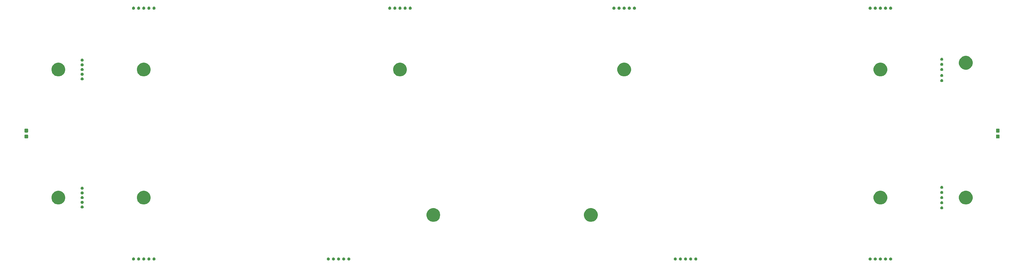
<source format=gbs>
G04 #@! TF.GenerationSoftware,KiCad,Pcbnew,(5.1.4-0-10_14)*
G04 #@! TF.CreationDate,2020-08-09T17:10:10-05:00*
G04 #@! TF.ProjectId,Dori_top_plate,446f7269-5f74-46f7-905f-706c6174652e,rev?*
G04 #@! TF.SameCoordinates,Original*
G04 #@! TF.FileFunction,Soldermask,Bot*
G04 #@! TF.FilePolarity,Negative*
%FSLAX46Y46*%
G04 Gerber Fmt 4.6, Leading zero omitted, Abs format (unit mm)*
G04 Created by KiCad (PCBNEW (5.1.4-0-10_14)) date 2020-08-09 17:10:10*
%MOMM*%
%LPD*%
G04 APERTURE LIST*
%ADD10C,0.100000*%
G04 APERTURE END LIST*
D10*
G36*
X357985802Y-117835081D02*
G01*
X358067877Y-117869078D01*
X358067879Y-117869079D01*
X358105063Y-117893925D01*
X358141745Y-117918435D01*
X358204565Y-117981255D01*
X358253922Y-118055123D01*
X358287919Y-118137198D01*
X358305250Y-118224329D01*
X358305250Y-118313171D01*
X358287919Y-118400302D01*
X358253922Y-118482377D01*
X358253921Y-118482379D01*
X358204564Y-118556246D01*
X358141746Y-118619064D01*
X358067879Y-118668421D01*
X358067878Y-118668422D01*
X358067877Y-118668422D01*
X357985802Y-118702419D01*
X357898671Y-118719750D01*
X357809829Y-118719750D01*
X357722698Y-118702419D01*
X357640623Y-118668422D01*
X357640622Y-118668422D01*
X357640621Y-118668421D01*
X357566754Y-118619064D01*
X357503936Y-118556246D01*
X357454579Y-118482379D01*
X357454578Y-118482377D01*
X357420581Y-118400302D01*
X357403250Y-118313171D01*
X357403250Y-118224329D01*
X357420581Y-118137198D01*
X357454578Y-118055123D01*
X357503935Y-117981255D01*
X357566755Y-117918435D01*
X357603437Y-117893925D01*
X357640621Y-117869079D01*
X357640623Y-117869078D01*
X357722698Y-117835081D01*
X357809829Y-117817750D01*
X357898671Y-117817750D01*
X357985802Y-117835081D01*
X357985802Y-117835081D01*
G37*
G36*
X356461802Y-117835081D02*
G01*
X356543877Y-117869078D01*
X356543879Y-117869079D01*
X356581063Y-117893925D01*
X356617745Y-117918435D01*
X356680565Y-117981255D01*
X356729922Y-118055123D01*
X356763919Y-118137198D01*
X356781250Y-118224329D01*
X356781250Y-118313171D01*
X356763919Y-118400302D01*
X356729922Y-118482377D01*
X356729921Y-118482379D01*
X356680564Y-118556246D01*
X356617746Y-118619064D01*
X356543879Y-118668421D01*
X356543878Y-118668422D01*
X356543877Y-118668422D01*
X356461802Y-118702419D01*
X356374671Y-118719750D01*
X356285829Y-118719750D01*
X356198698Y-118702419D01*
X356116623Y-118668422D01*
X356116622Y-118668422D01*
X356116621Y-118668421D01*
X356042754Y-118619064D01*
X355979936Y-118556246D01*
X355930579Y-118482379D01*
X355930578Y-118482377D01*
X355896581Y-118400302D01*
X355879250Y-118313171D01*
X355879250Y-118224329D01*
X355896581Y-118137198D01*
X355930578Y-118055123D01*
X355979935Y-117981255D01*
X356042755Y-117918435D01*
X356079437Y-117893925D01*
X356116621Y-117869079D01*
X356116623Y-117869078D01*
X356198698Y-117835081D01*
X356285829Y-117817750D01*
X356374671Y-117817750D01*
X356461802Y-117835081D01*
X356461802Y-117835081D01*
G37*
G36*
X354937802Y-117835081D02*
G01*
X355019877Y-117869078D01*
X355019879Y-117869079D01*
X355057063Y-117893925D01*
X355093745Y-117918435D01*
X355156565Y-117981255D01*
X355205922Y-118055123D01*
X355239919Y-118137198D01*
X355257250Y-118224329D01*
X355257250Y-118313171D01*
X355239919Y-118400302D01*
X355205922Y-118482377D01*
X355205921Y-118482379D01*
X355156564Y-118556246D01*
X355093746Y-118619064D01*
X355019879Y-118668421D01*
X355019878Y-118668422D01*
X355019877Y-118668422D01*
X354937802Y-118702419D01*
X354850671Y-118719750D01*
X354761829Y-118719750D01*
X354674698Y-118702419D01*
X354592623Y-118668422D01*
X354592622Y-118668422D01*
X354592621Y-118668421D01*
X354518754Y-118619064D01*
X354455936Y-118556246D01*
X354406579Y-118482379D01*
X354406578Y-118482377D01*
X354372581Y-118400302D01*
X354355250Y-118313171D01*
X354355250Y-118224329D01*
X354372581Y-118137198D01*
X354406578Y-118055123D01*
X354455935Y-117981255D01*
X354518755Y-117918435D01*
X354555437Y-117893925D01*
X354592621Y-117869079D01*
X354592623Y-117869078D01*
X354674698Y-117835081D01*
X354761829Y-117817750D01*
X354850671Y-117817750D01*
X354937802Y-117835081D01*
X354937802Y-117835081D01*
G37*
G36*
X353413802Y-117835081D02*
G01*
X353495877Y-117869078D01*
X353495879Y-117869079D01*
X353533063Y-117893925D01*
X353569745Y-117918435D01*
X353632565Y-117981255D01*
X353681922Y-118055123D01*
X353715919Y-118137198D01*
X353733250Y-118224329D01*
X353733250Y-118313171D01*
X353715919Y-118400302D01*
X353681922Y-118482377D01*
X353681921Y-118482379D01*
X353632564Y-118556246D01*
X353569746Y-118619064D01*
X353495879Y-118668421D01*
X353495878Y-118668422D01*
X353495877Y-118668422D01*
X353413802Y-118702419D01*
X353326671Y-118719750D01*
X353237829Y-118719750D01*
X353150698Y-118702419D01*
X353068623Y-118668422D01*
X353068622Y-118668422D01*
X353068621Y-118668421D01*
X352994754Y-118619064D01*
X352931936Y-118556246D01*
X352882579Y-118482379D01*
X352882578Y-118482377D01*
X352848581Y-118400302D01*
X352831250Y-118313171D01*
X352831250Y-118224329D01*
X352848581Y-118137198D01*
X352882578Y-118055123D01*
X352931935Y-117981255D01*
X352994755Y-117918435D01*
X353031437Y-117893925D01*
X353068621Y-117869079D01*
X353068623Y-117869078D01*
X353150698Y-117835081D01*
X353237829Y-117817750D01*
X353326671Y-117817750D01*
X353413802Y-117835081D01*
X353413802Y-117835081D01*
G37*
G36*
X351889802Y-117835081D02*
G01*
X351971877Y-117869078D01*
X351971879Y-117869079D01*
X352009063Y-117893925D01*
X352045745Y-117918435D01*
X352108565Y-117981255D01*
X352157922Y-118055123D01*
X352191919Y-118137198D01*
X352209250Y-118224329D01*
X352209250Y-118313171D01*
X352191919Y-118400302D01*
X352157922Y-118482377D01*
X352157921Y-118482379D01*
X352108564Y-118556246D01*
X352045746Y-118619064D01*
X351971879Y-118668421D01*
X351971878Y-118668422D01*
X351971877Y-118668422D01*
X351889802Y-118702419D01*
X351802671Y-118719750D01*
X351713829Y-118719750D01*
X351626698Y-118702419D01*
X351544623Y-118668422D01*
X351544622Y-118668422D01*
X351544621Y-118668421D01*
X351470754Y-118619064D01*
X351407936Y-118556246D01*
X351358579Y-118482379D01*
X351358578Y-118482377D01*
X351324581Y-118400302D01*
X351307250Y-118313171D01*
X351307250Y-118224329D01*
X351324581Y-118137198D01*
X351358578Y-118055123D01*
X351407935Y-117981255D01*
X351470755Y-117918435D01*
X351507437Y-117893925D01*
X351544621Y-117869079D01*
X351544623Y-117869078D01*
X351626698Y-117835081D01*
X351713829Y-117817750D01*
X351802671Y-117817750D01*
X351889802Y-117835081D01*
X351889802Y-117835081D01*
G37*
G36*
X300042052Y-117835081D02*
G01*
X300124127Y-117869078D01*
X300124129Y-117869079D01*
X300161313Y-117893925D01*
X300197995Y-117918435D01*
X300260815Y-117981255D01*
X300310172Y-118055123D01*
X300344169Y-118137198D01*
X300361500Y-118224329D01*
X300361500Y-118313171D01*
X300344169Y-118400302D01*
X300310172Y-118482377D01*
X300310171Y-118482379D01*
X300260814Y-118556246D01*
X300197996Y-118619064D01*
X300124129Y-118668421D01*
X300124128Y-118668422D01*
X300124127Y-118668422D01*
X300042052Y-118702419D01*
X299954921Y-118719750D01*
X299866079Y-118719750D01*
X299778948Y-118702419D01*
X299696873Y-118668422D01*
X299696872Y-118668422D01*
X299696871Y-118668421D01*
X299623004Y-118619064D01*
X299560186Y-118556246D01*
X299510829Y-118482379D01*
X299510828Y-118482377D01*
X299476831Y-118400302D01*
X299459500Y-118313171D01*
X299459500Y-118224329D01*
X299476831Y-118137198D01*
X299510828Y-118055123D01*
X299560185Y-117981255D01*
X299623005Y-117918435D01*
X299659687Y-117893925D01*
X299696871Y-117869079D01*
X299696873Y-117869078D01*
X299778948Y-117835081D01*
X299866079Y-117817750D01*
X299954921Y-117817750D01*
X300042052Y-117835081D01*
X300042052Y-117835081D01*
G37*
G36*
X298518052Y-117835081D02*
G01*
X298600127Y-117869078D01*
X298600129Y-117869079D01*
X298637313Y-117893925D01*
X298673995Y-117918435D01*
X298736815Y-117981255D01*
X298786172Y-118055123D01*
X298820169Y-118137198D01*
X298837500Y-118224329D01*
X298837500Y-118313171D01*
X298820169Y-118400302D01*
X298786172Y-118482377D01*
X298786171Y-118482379D01*
X298736814Y-118556246D01*
X298673996Y-118619064D01*
X298600129Y-118668421D01*
X298600128Y-118668422D01*
X298600127Y-118668422D01*
X298518052Y-118702419D01*
X298430921Y-118719750D01*
X298342079Y-118719750D01*
X298254948Y-118702419D01*
X298172873Y-118668422D01*
X298172872Y-118668422D01*
X298172871Y-118668421D01*
X298099004Y-118619064D01*
X298036186Y-118556246D01*
X297986829Y-118482379D01*
X297986828Y-118482377D01*
X297952831Y-118400302D01*
X297935500Y-118313171D01*
X297935500Y-118224329D01*
X297952831Y-118137198D01*
X297986828Y-118055123D01*
X298036185Y-117981255D01*
X298099005Y-117918435D01*
X298135687Y-117893925D01*
X298172871Y-117869079D01*
X298172873Y-117869078D01*
X298254948Y-117835081D01*
X298342079Y-117817750D01*
X298430921Y-117817750D01*
X298518052Y-117835081D01*
X298518052Y-117835081D01*
G37*
G36*
X296994052Y-117835081D02*
G01*
X297076127Y-117869078D01*
X297076129Y-117869079D01*
X297113313Y-117893925D01*
X297149995Y-117918435D01*
X297212815Y-117981255D01*
X297262172Y-118055123D01*
X297296169Y-118137198D01*
X297313500Y-118224329D01*
X297313500Y-118313171D01*
X297296169Y-118400302D01*
X297262172Y-118482377D01*
X297262171Y-118482379D01*
X297212814Y-118556246D01*
X297149996Y-118619064D01*
X297076129Y-118668421D01*
X297076128Y-118668422D01*
X297076127Y-118668422D01*
X296994052Y-118702419D01*
X296906921Y-118719750D01*
X296818079Y-118719750D01*
X296730948Y-118702419D01*
X296648873Y-118668422D01*
X296648872Y-118668422D01*
X296648871Y-118668421D01*
X296575004Y-118619064D01*
X296512186Y-118556246D01*
X296462829Y-118482379D01*
X296462828Y-118482377D01*
X296428831Y-118400302D01*
X296411500Y-118313171D01*
X296411500Y-118224329D01*
X296428831Y-118137198D01*
X296462828Y-118055123D01*
X296512185Y-117981255D01*
X296575005Y-117918435D01*
X296611687Y-117893925D01*
X296648871Y-117869079D01*
X296648873Y-117869078D01*
X296730948Y-117835081D01*
X296818079Y-117817750D01*
X296906921Y-117817750D01*
X296994052Y-117835081D01*
X296994052Y-117835081D01*
G37*
G36*
X295470052Y-117835081D02*
G01*
X295552127Y-117869078D01*
X295552129Y-117869079D01*
X295589313Y-117893925D01*
X295625995Y-117918435D01*
X295688815Y-117981255D01*
X295738172Y-118055123D01*
X295772169Y-118137198D01*
X295789500Y-118224329D01*
X295789500Y-118313171D01*
X295772169Y-118400302D01*
X295738172Y-118482377D01*
X295738171Y-118482379D01*
X295688814Y-118556246D01*
X295625996Y-118619064D01*
X295552129Y-118668421D01*
X295552128Y-118668422D01*
X295552127Y-118668422D01*
X295470052Y-118702419D01*
X295382921Y-118719750D01*
X295294079Y-118719750D01*
X295206948Y-118702419D01*
X295124873Y-118668422D01*
X295124872Y-118668422D01*
X295124871Y-118668421D01*
X295051004Y-118619064D01*
X294988186Y-118556246D01*
X294938829Y-118482379D01*
X294938828Y-118482377D01*
X294904831Y-118400302D01*
X294887500Y-118313171D01*
X294887500Y-118224329D01*
X294904831Y-118137198D01*
X294938828Y-118055123D01*
X294988185Y-117981255D01*
X295051005Y-117918435D01*
X295087687Y-117893925D01*
X295124871Y-117869079D01*
X295124873Y-117869078D01*
X295206948Y-117835081D01*
X295294079Y-117817750D01*
X295382921Y-117817750D01*
X295470052Y-117835081D01*
X295470052Y-117835081D01*
G37*
G36*
X293946052Y-117835081D02*
G01*
X294028127Y-117869078D01*
X294028129Y-117869079D01*
X294065313Y-117893925D01*
X294101995Y-117918435D01*
X294164815Y-117981255D01*
X294214172Y-118055123D01*
X294248169Y-118137198D01*
X294265500Y-118224329D01*
X294265500Y-118313171D01*
X294248169Y-118400302D01*
X294214172Y-118482377D01*
X294214171Y-118482379D01*
X294164814Y-118556246D01*
X294101996Y-118619064D01*
X294028129Y-118668421D01*
X294028128Y-118668422D01*
X294028127Y-118668422D01*
X293946052Y-118702419D01*
X293858921Y-118719750D01*
X293770079Y-118719750D01*
X293682948Y-118702419D01*
X293600873Y-118668422D01*
X293600872Y-118668422D01*
X293600871Y-118668421D01*
X293527004Y-118619064D01*
X293464186Y-118556246D01*
X293414829Y-118482379D01*
X293414828Y-118482377D01*
X293380831Y-118400302D01*
X293363500Y-118313171D01*
X293363500Y-118224329D01*
X293380831Y-118137198D01*
X293414828Y-118055123D01*
X293464185Y-117981255D01*
X293527005Y-117918435D01*
X293563687Y-117893925D01*
X293600871Y-117869079D01*
X293600873Y-117869078D01*
X293682948Y-117835081D01*
X293770079Y-117817750D01*
X293858921Y-117817750D01*
X293946052Y-117835081D01*
X293946052Y-117835081D01*
G37*
G36*
X196854552Y-117835081D02*
G01*
X196936627Y-117869078D01*
X196936629Y-117869079D01*
X196973813Y-117893925D01*
X197010495Y-117918435D01*
X197073315Y-117981255D01*
X197122672Y-118055123D01*
X197156669Y-118137198D01*
X197174000Y-118224329D01*
X197174000Y-118313171D01*
X197156669Y-118400302D01*
X197122672Y-118482377D01*
X197122671Y-118482379D01*
X197073314Y-118556246D01*
X197010496Y-118619064D01*
X196936629Y-118668421D01*
X196936628Y-118668422D01*
X196936627Y-118668422D01*
X196854552Y-118702419D01*
X196767421Y-118719750D01*
X196678579Y-118719750D01*
X196591448Y-118702419D01*
X196509373Y-118668422D01*
X196509372Y-118668422D01*
X196509371Y-118668421D01*
X196435504Y-118619064D01*
X196372686Y-118556246D01*
X196323329Y-118482379D01*
X196323328Y-118482377D01*
X196289331Y-118400302D01*
X196272000Y-118313171D01*
X196272000Y-118224329D01*
X196289331Y-118137198D01*
X196323328Y-118055123D01*
X196372685Y-117981255D01*
X196435505Y-117918435D01*
X196472187Y-117893925D01*
X196509371Y-117869079D01*
X196509373Y-117869078D01*
X196591448Y-117835081D01*
X196678579Y-117817750D01*
X196767421Y-117817750D01*
X196854552Y-117835081D01*
X196854552Y-117835081D01*
G37*
G36*
X195330552Y-117835081D02*
G01*
X195412627Y-117869078D01*
X195412629Y-117869079D01*
X195449813Y-117893925D01*
X195486495Y-117918435D01*
X195549315Y-117981255D01*
X195598672Y-118055123D01*
X195632669Y-118137198D01*
X195650000Y-118224329D01*
X195650000Y-118313171D01*
X195632669Y-118400302D01*
X195598672Y-118482377D01*
X195598671Y-118482379D01*
X195549314Y-118556246D01*
X195486496Y-118619064D01*
X195412629Y-118668421D01*
X195412628Y-118668422D01*
X195412627Y-118668422D01*
X195330552Y-118702419D01*
X195243421Y-118719750D01*
X195154579Y-118719750D01*
X195067448Y-118702419D01*
X194985373Y-118668422D01*
X194985372Y-118668422D01*
X194985371Y-118668421D01*
X194911504Y-118619064D01*
X194848686Y-118556246D01*
X194799329Y-118482379D01*
X194799328Y-118482377D01*
X194765331Y-118400302D01*
X194748000Y-118313171D01*
X194748000Y-118224329D01*
X194765331Y-118137198D01*
X194799328Y-118055123D01*
X194848685Y-117981255D01*
X194911505Y-117918435D01*
X194948187Y-117893925D01*
X194985371Y-117869079D01*
X194985373Y-117869078D01*
X195067448Y-117835081D01*
X195154579Y-117817750D01*
X195243421Y-117817750D01*
X195330552Y-117835081D01*
X195330552Y-117835081D01*
G37*
G36*
X193806552Y-117835081D02*
G01*
X193888627Y-117869078D01*
X193888629Y-117869079D01*
X193925813Y-117893925D01*
X193962495Y-117918435D01*
X194025315Y-117981255D01*
X194074672Y-118055123D01*
X194108669Y-118137198D01*
X194126000Y-118224329D01*
X194126000Y-118313171D01*
X194108669Y-118400302D01*
X194074672Y-118482377D01*
X194074671Y-118482379D01*
X194025314Y-118556246D01*
X193962496Y-118619064D01*
X193888629Y-118668421D01*
X193888628Y-118668422D01*
X193888627Y-118668422D01*
X193806552Y-118702419D01*
X193719421Y-118719750D01*
X193630579Y-118719750D01*
X193543448Y-118702419D01*
X193461373Y-118668422D01*
X193461372Y-118668422D01*
X193461371Y-118668421D01*
X193387504Y-118619064D01*
X193324686Y-118556246D01*
X193275329Y-118482379D01*
X193275328Y-118482377D01*
X193241331Y-118400302D01*
X193224000Y-118313171D01*
X193224000Y-118224329D01*
X193241331Y-118137198D01*
X193275328Y-118055123D01*
X193324685Y-117981255D01*
X193387505Y-117918435D01*
X193424187Y-117893925D01*
X193461371Y-117869079D01*
X193461373Y-117869078D01*
X193543448Y-117835081D01*
X193630579Y-117817750D01*
X193719421Y-117817750D01*
X193806552Y-117835081D01*
X193806552Y-117835081D01*
G37*
G36*
X192282552Y-117835081D02*
G01*
X192364627Y-117869078D01*
X192364629Y-117869079D01*
X192401813Y-117893925D01*
X192438495Y-117918435D01*
X192501315Y-117981255D01*
X192550672Y-118055123D01*
X192584669Y-118137198D01*
X192602000Y-118224329D01*
X192602000Y-118313171D01*
X192584669Y-118400302D01*
X192550672Y-118482377D01*
X192550671Y-118482379D01*
X192501314Y-118556246D01*
X192438496Y-118619064D01*
X192364629Y-118668421D01*
X192364628Y-118668422D01*
X192364627Y-118668422D01*
X192282552Y-118702419D01*
X192195421Y-118719750D01*
X192106579Y-118719750D01*
X192019448Y-118702419D01*
X191937373Y-118668422D01*
X191937372Y-118668422D01*
X191937371Y-118668421D01*
X191863504Y-118619064D01*
X191800686Y-118556246D01*
X191751329Y-118482379D01*
X191751328Y-118482377D01*
X191717331Y-118400302D01*
X191700000Y-118313171D01*
X191700000Y-118224329D01*
X191717331Y-118137198D01*
X191751328Y-118055123D01*
X191800685Y-117981255D01*
X191863505Y-117918435D01*
X191900187Y-117893925D01*
X191937371Y-117869079D01*
X191937373Y-117869078D01*
X192019448Y-117835081D01*
X192106579Y-117817750D01*
X192195421Y-117817750D01*
X192282552Y-117835081D01*
X192282552Y-117835081D01*
G37*
G36*
X190758552Y-117835081D02*
G01*
X190840627Y-117869078D01*
X190840629Y-117869079D01*
X190877813Y-117893925D01*
X190914495Y-117918435D01*
X190977315Y-117981255D01*
X191026672Y-118055123D01*
X191060669Y-118137198D01*
X191078000Y-118224329D01*
X191078000Y-118313171D01*
X191060669Y-118400302D01*
X191026672Y-118482377D01*
X191026671Y-118482379D01*
X190977314Y-118556246D01*
X190914496Y-118619064D01*
X190840629Y-118668421D01*
X190840628Y-118668422D01*
X190840627Y-118668422D01*
X190758552Y-118702419D01*
X190671421Y-118719750D01*
X190582579Y-118719750D01*
X190495448Y-118702419D01*
X190413373Y-118668422D01*
X190413372Y-118668422D01*
X190413371Y-118668421D01*
X190339504Y-118619064D01*
X190276686Y-118556246D01*
X190227329Y-118482379D01*
X190227328Y-118482377D01*
X190193331Y-118400302D01*
X190176000Y-118313171D01*
X190176000Y-118224329D01*
X190193331Y-118137198D01*
X190227328Y-118055123D01*
X190276685Y-117981255D01*
X190339505Y-117918435D01*
X190376187Y-117893925D01*
X190413371Y-117869079D01*
X190413373Y-117869078D01*
X190495448Y-117835081D01*
X190582579Y-117817750D01*
X190671421Y-117817750D01*
X190758552Y-117835081D01*
X190758552Y-117835081D01*
G37*
G36*
X138910802Y-117835081D02*
G01*
X138992877Y-117869078D01*
X138992879Y-117869079D01*
X139030063Y-117893925D01*
X139066745Y-117918435D01*
X139129565Y-117981255D01*
X139178922Y-118055123D01*
X139212919Y-118137198D01*
X139230250Y-118224329D01*
X139230250Y-118313171D01*
X139212919Y-118400302D01*
X139178922Y-118482377D01*
X139178921Y-118482379D01*
X139129564Y-118556246D01*
X139066746Y-118619064D01*
X138992879Y-118668421D01*
X138992878Y-118668422D01*
X138992877Y-118668422D01*
X138910802Y-118702419D01*
X138823671Y-118719750D01*
X138734829Y-118719750D01*
X138647698Y-118702419D01*
X138565623Y-118668422D01*
X138565622Y-118668422D01*
X138565621Y-118668421D01*
X138491754Y-118619064D01*
X138428936Y-118556246D01*
X138379579Y-118482379D01*
X138379578Y-118482377D01*
X138345581Y-118400302D01*
X138328250Y-118313171D01*
X138328250Y-118224329D01*
X138345581Y-118137198D01*
X138379578Y-118055123D01*
X138428935Y-117981255D01*
X138491755Y-117918435D01*
X138528437Y-117893925D01*
X138565621Y-117869079D01*
X138565623Y-117869078D01*
X138647698Y-117835081D01*
X138734829Y-117817750D01*
X138823671Y-117817750D01*
X138910802Y-117835081D01*
X138910802Y-117835081D01*
G37*
G36*
X137386802Y-117835081D02*
G01*
X137468877Y-117869078D01*
X137468879Y-117869079D01*
X137506063Y-117893925D01*
X137542745Y-117918435D01*
X137605565Y-117981255D01*
X137654922Y-118055123D01*
X137688919Y-118137198D01*
X137706250Y-118224329D01*
X137706250Y-118313171D01*
X137688919Y-118400302D01*
X137654922Y-118482377D01*
X137654921Y-118482379D01*
X137605564Y-118556246D01*
X137542746Y-118619064D01*
X137468879Y-118668421D01*
X137468878Y-118668422D01*
X137468877Y-118668422D01*
X137386802Y-118702419D01*
X137299671Y-118719750D01*
X137210829Y-118719750D01*
X137123698Y-118702419D01*
X137041623Y-118668422D01*
X137041622Y-118668422D01*
X137041621Y-118668421D01*
X136967754Y-118619064D01*
X136904936Y-118556246D01*
X136855579Y-118482379D01*
X136855578Y-118482377D01*
X136821581Y-118400302D01*
X136804250Y-118313171D01*
X136804250Y-118224329D01*
X136821581Y-118137198D01*
X136855578Y-118055123D01*
X136904935Y-117981255D01*
X136967755Y-117918435D01*
X137004437Y-117893925D01*
X137041621Y-117869079D01*
X137041623Y-117869078D01*
X137123698Y-117835081D01*
X137210829Y-117817750D01*
X137299671Y-117817750D01*
X137386802Y-117835081D01*
X137386802Y-117835081D01*
G37*
G36*
X135862802Y-117835081D02*
G01*
X135944877Y-117869078D01*
X135944879Y-117869079D01*
X135982063Y-117893925D01*
X136018745Y-117918435D01*
X136081565Y-117981255D01*
X136130922Y-118055123D01*
X136164919Y-118137198D01*
X136182250Y-118224329D01*
X136182250Y-118313171D01*
X136164919Y-118400302D01*
X136130922Y-118482377D01*
X136130921Y-118482379D01*
X136081564Y-118556246D01*
X136018746Y-118619064D01*
X135944879Y-118668421D01*
X135944878Y-118668422D01*
X135944877Y-118668422D01*
X135862802Y-118702419D01*
X135775671Y-118719750D01*
X135686829Y-118719750D01*
X135599698Y-118702419D01*
X135517623Y-118668422D01*
X135517622Y-118668422D01*
X135517621Y-118668421D01*
X135443754Y-118619064D01*
X135380936Y-118556246D01*
X135331579Y-118482379D01*
X135331578Y-118482377D01*
X135297581Y-118400302D01*
X135280250Y-118313171D01*
X135280250Y-118224329D01*
X135297581Y-118137198D01*
X135331578Y-118055123D01*
X135380935Y-117981255D01*
X135443755Y-117918435D01*
X135480437Y-117893925D01*
X135517621Y-117869079D01*
X135517623Y-117869078D01*
X135599698Y-117835081D01*
X135686829Y-117817750D01*
X135775671Y-117817750D01*
X135862802Y-117835081D01*
X135862802Y-117835081D01*
G37*
G36*
X134338802Y-117835081D02*
G01*
X134420877Y-117869078D01*
X134420879Y-117869079D01*
X134458063Y-117893925D01*
X134494745Y-117918435D01*
X134557565Y-117981255D01*
X134606922Y-118055123D01*
X134640919Y-118137198D01*
X134658250Y-118224329D01*
X134658250Y-118313171D01*
X134640919Y-118400302D01*
X134606922Y-118482377D01*
X134606921Y-118482379D01*
X134557564Y-118556246D01*
X134494746Y-118619064D01*
X134420879Y-118668421D01*
X134420878Y-118668422D01*
X134420877Y-118668422D01*
X134338802Y-118702419D01*
X134251671Y-118719750D01*
X134162829Y-118719750D01*
X134075698Y-118702419D01*
X133993623Y-118668422D01*
X133993622Y-118668422D01*
X133993621Y-118668421D01*
X133919754Y-118619064D01*
X133856936Y-118556246D01*
X133807579Y-118482379D01*
X133807578Y-118482377D01*
X133773581Y-118400302D01*
X133756250Y-118313171D01*
X133756250Y-118224329D01*
X133773581Y-118137198D01*
X133807578Y-118055123D01*
X133856935Y-117981255D01*
X133919755Y-117918435D01*
X133956437Y-117893925D01*
X133993621Y-117869079D01*
X133993623Y-117869078D01*
X134075698Y-117835081D01*
X134162829Y-117817750D01*
X134251671Y-117817750D01*
X134338802Y-117835081D01*
X134338802Y-117835081D01*
G37*
G36*
X132814802Y-117835081D02*
G01*
X132896877Y-117869078D01*
X132896879Y-117869079D01*
X132934063Y-117893925D01*
X132970745Y-117918435D01*
X133033565Y-117981255D01*
X133082922Y-118055123D01*
X133116919Y-118137198D01*
X133134250Y-118224329D01*
X133134250Y-118313171D01*
X133116919Y-118400302D01*
X133082922Y-118482377D01*
X133082921Y-118482379D01*
X133033564Y-118556246D01*
X132970746Y-118619064D01*
X132896879Y-118668421D01*
X132896878Y-118668422D01*
X132896877Y-118668422D01*
X132814802Y-118702419D01*
X132727671Y-118719750D01*
X132638829Y-118719750D01*
X132551698Y-118702419D01*
X132469623Y-118668422D01*
X132469622Y-118668422D01*
X132469621Y-118668421D01*
X132395754Y-118619064D01*
X132332936Y-118556246D01*
X132283579Y-118482379D01*
X132283578Y-118482377D01*
X132249581Y-118400302D01*
X132232250Y-118313171D01*
X132232250Y-118224329D01*
X132249581Y-118137198D01*
X132283578Y-118055123D01*
X132332935Y-117981255D01*
X132395755Y-117918435D01*
X132432437Y-117893925D01*
X132469621Y-117869079D01*
X132469623Y-117869078D01*
X132551698Y-117835081D01*
X132638829Y-117817750D01*
X132727671Y-117817750D01*
X132814802Y-117835081D01*
X132814802Y-117835081D01*
G37*
G36*
X222451379Y-103199693D02*
G01*
X222809412Y-103347995D01*
X222824638Y-103354302D01*
X222983082Y-103460171D01*
X223160561Y-103578759D01*
X223446241Y-103864439D01*
X223670699Y-104200364D01*
X223825307Y-104573621D01*
X223904125Y-104969868D01*
X223904125Y-105373882D01*
X223825307Y-105770129D01*
X223670699Y-106143386D01*
X223670698Y-106143388D01*
X223446241Y-106479311D01*
X223160561Y-106764991D01*
X222824638Y-106989448D01*
X222824637Y-106989449D01*
X222824636Y-106989449D01*
X222451379Y-107144057D01*
X222055132Y-107222875D01*
X221651118Y-107222875D01*
X221254871Y-107144057D01*
X220881614Y-106989449D01*
X220881613Y-106989449D01*
X220881612Y-106989448D01*
X220545689Y-106764991D01*
X220260009Y-106479311D01*
X220035552Y-106143388D01*
X220035551Y-106143386D01*
X219880943Y-105770129D01*
X219802125Y-105373882D01*
X219802125Y-104969868D01*
X219880943Y-104573621D01*
X220035551Y-104200364D01*
X220260009Y-103864439D01*
X220545689Y-103578759D01*
X220723168Y-103460171D01*
X220881612Y-103354302D01*
X220896838Y-103347995D01*
X221254871Y-103199693D01*
X221651118Y-103120875D01*
X222055132Y-103120875D01*
X222451379Y-103199693D01*
X222451379Y-103199693D01*
G37*
G36*
X269295329Y-103199693D02*
G01*
X269653362Y-103347995D01*
X269668588Y-103354302D01*
X269827032Y-103460171D01*
X270004511Y-103578759D01*
X270290191Y-103864439D01*
X270514649Y-104200364D01*
X270669257Y-104573621D01*
X270748075Y-104969868D01*
X270748075Y-105373882D01*
X270669257Y-105770129D01*
X270514649Y-106143386D01*
X270514648Y-106143388D01*
X270290191Y-106479311D01*
X270004511Y-106764991D01*
X269668588Y-106989448D01*
X269668587Y-106989449D01*
X269668586Y-106989449D01*
X269295329Y-107144057D01*
X268899082Y-107222875D01*
X268495068Y-107222875D01*
X268098821Y-107144057D01*
X267725564Y-106989449D01*
X267725563Y-106989449D01*
X267725562Y-106989448D01*
X267389639Y-106764991D01*
X267103959Y-106479311D01*
X266879502Y-106143388D01*
X266879501Y-106143386D01*
X266724893Y-105770129D01*
X266646075Y-105373882D01*
X266646075Y-104969868D01*
X266724893Y-104573621D01*
X266879501Y-104200364D01*
X267103959Y-103864439D01*
X267389639Y-103578759D01*
X267567118Y-103460171D01*
X267725562Y-103354302D01*
X267740788Y-103347995D01*
X268098821Y-103199693D01*
X268495068Y-103120875D01*
X268899082Y-103120875D01*
X269295329Y-103199693D01*
X269295329Y-103199693D01*
G37*
G36*
X373194052Y-102626831D02*
G01*
X373276127Y-102660828D01*
X373276129Y-102660829D01*
X373297259Y-102674948D01*
X373349995Y-102710185D01*
X373412815Y-102773005D01*
X373462172Y-102846873D01*
X373496169Y-102928948D01*
X373513500Y-103016079D01*
X373513500Y-103104921D01*
X373496169Y-103192052D01*
X373476238Y-103240168D01*
X373462171Y-103274129D01*
X373412814Y-103347996D01*
X373349996Y-103410814D01*
X373276129Y-103460171D01*
X373276128Y-103460172D01*
X373276127Y-103460172D01*
X373194052Y-103494169D01*
X373106921Y-103511500D01*
X373018079Y-103511500D01*
X372930948Y-103494169D01*
X372848873Y-103460172D01*
X372848872Y-103460172D01*
X372848871Y-103460171D01*
X372775004Y-103410814D01*
X372712186Y-103347996D01*
X372662829Y-103274129D01*
X372648762Y-103240168D01*
X372628831Y-103192052D01*
X372611500Y-103104921D01*
X372611500Y-103016079D01*
X372628831Y-102928948D01*
X372662828Y-102846873D01*
X372712185Y-102773005D01*
X372775005Y-102710185D01*
X372827741Y-102674948D01*
X372848871Y-102660829D01*
X372848873Y-102660828D01*
X372930948Y-102626831D01*
X373018079Y-102609500D01*
X373106921Y-102609500D01*
X373194052Y-102626831D01*
X373194052Y-102626831D01*
G37*
G36*
X117534320Y-102372831D02*
G01*
X117616395Y-102406828D01*
X117616397Y-102406829D01*
X117653581Y-102431675D01*
X117690263Y-102456185D01*
X117753083Y-102519005D01*
X117802440Y-102592873D01*
X117836437Y-102674948D01*
X117853768Y-102762079D01*
X117853768Y-102850921D01*
X117836437Y-102938052D01*
X117804117Y-103016079D01*
X117802439Y-103020129D01*
X117753082Y-103093996D01*
X117690264Y-103156814D01*
X117616397Y-103206171D01*
X117616396Y-103206172D01*
X117616395Y-103206172D01*
X117534320Y-103240169D01*
X117447189Y-103257500D01*
X117358347Y-103257500D01*
X117271216Y-103240169D01*
X117189141Y-103206172D01*
X117189140Y-103206172D01*
X117189139Y-103206171D01*
X117115272Y-103156814D01*
X117052454Y-103093996D01*
X117003097Y-103020129D01*
X117001419Y-103016079D01*
X116969099Y-102938052D01*
X116951768Y-102850921D01*
X116951768Y-102762079D01*
X116969099Y-102674948D01*
X117003096Y-102592873D01*
X117052453Y-102519005D01*
X117115273Y-102456185D01*
X117151955Y-102431675D01*
X117189139Y-102406829D01*
X117189141Y-102406828D01*
X117271216Y-102372831D01*
X117358347Y-102355500D01*
X117447189Y-102355500D01*
X117534320Y-102372831D01*
X117534320Y-102372831D01*
G37*
G36*
X110929504Y-98040318D02*
G01*
X111271149Y-98181832D01*
X111302763Y-98194927D01*
X111638686Y-98419384D01*
X111924366Y-98705064D01*
X112098595Y-98965815D01*
X112148824Y-99040989D01*
X112303432Y-99414246D01*
X112382250Y-99810493D01*
X112382250Y-100214507D01*
X112303432Y-100610754D01*
X112159391Y-100958500D01*
X112148823Y-100984013D01*
X111924366Y-101319936D01*
X111638686Y-101605616D01*
X111302763Y-101830073D01*
X111302762Y-101830074D01*
X111302761Y-101830074D01*
X110929504Y-101984682D01*
X110533257Y-102063500D01*
X110129243Y-102063500D01*
X109732996Y-101984682D01*
X109359739Y-101830074D01*
X109359738Y-101830074D01*
X109359737Y-101830073D01*
X109023814Y-101605616D01*
X108738134Y-101319936D01*
X108513677Y-100984013D01*
X108503109Y-100958500D01*
X108359068Y-100610754D01*
X108280250Y-100214507D01*
X108280250Y-99810493D01*
X108359068Y-99414246D01*
X108513676Y-99040989D01*
X108563906Y-98965815D01*
X108738134Y-98705064D01*
X109023814Y-98419384D01*
X109359737Y-98194927D01*
X109391351Y-98181832D01*
X109732996Y-98040318D01*
X110129243Y-97961500D01*
X110533257Y-97961500D01*
X110929504Y-98040318D01*
X110929504Y-98040318D01*
G37*
G36*
X380817204Y-98040318D02*
G01*
X381158849Y-98181832D01*
X381190463Y-98194927D01*
X381526386Y-98419384D01*
X381812066Y-98705064D01*
X381986295Y-98965815D01*
X382036524Y-99040989D01*
X382191132Y-99414246D01*
X382269950Y-99810493D01*
X382269950Y-100214507D01*
X382191132Y-100610754D01*
X382047091Y-100958500D01*
X382036523Y-100984013D01*
X381812066Y-101319936D01*
X381526386Y-101605616D01*
X381190463Y-101830073D01*
X381190462Y-101830074D01*
X381190461Y-101830074D01*
X380817204Y-101984682D01*
X380420957Y-102063500D01*
X380016943Y-102063500D01*
X379620696Y-101984682D01*
X379247439Y-101830074D01*
X379247438Y-101830074D01*
X379247437Y-101830073D01*
X378911514Y-101605616D01*
X378625834Y-101319936D01*
X378401377Y-100984013D01*
X378390809Y-100958500D01*
X378246768Y-100610754D01*
X378167950Y-100214507D01*
X378167950Y-99810493D01*
X378246768Y-99414246D01*
X378401376Y-99040989D01*
X378451606Y-98965815D01*
X378625834Y-98705064D01*
X378911514Y-98419384D01*
X379247437Y-98194927D01*
X379279051Y-98181832D01*
X379620696Y-98040318D01*
X380016943Y-97961500D01*
X380420957Y-97961500D01*
X380817204Y-98040318D01*
X380817204Y-98040318D01*
G37*
G36*
X355404504Y-98040318D02*
G01*
X355746149Y-98181832D01*
X355777763Y-98194927D01*
X356113686Y-98419384D01*
X356399366Y-98705064D01*
X356573595Y-98965815D01*
X356623824Y-99040989D01*
X356778432Y-99414246D01*
X356857250Y-99810493D01*
X356857250Y-100214507D01*
X356778432Y-100610754D01*
X356634391Y-100958500D01*
X356623823Y-100984013D01*
X356399366Y-101319936D01*
X356113686Y-101605616D01*
X355777763Y-101830073D01*
X355777762Y-101830074D01*
X355777761Y-101830074D01*
X355404504Y-101984682D01*
X355008257Y-102063500D01*
X354604243Y-102063500D01*
X354207996Y-101984682D01*
X353834739Y-101830074D01*
X353834738Y-101830074D01*
X353834737Y-101830073D01*
X353498814Y-101605616D01*
X353213134Y-101319936D01*
X352988677Y-100984013D01*
X352978109Y-100958500D01*
X352834068Y-100610754D01*
X352755250Y-100214507D01*
X352755250Y-99810493D01*
X352834068Y-99414246D01*
X352988676Y-99040989D01*
X353038906Y-98965815D01*
X353213134Y-98705064D01*
X353498814Y-98419384D01*
X353834737Y-98194927D01*
X353866351Y-98181832D01*
X354207996Y-98040318D01*
X354604243Y-97961500D01*
X355008257Y-97961500D01*
X355404504Y-98040318D01*
X355404504Y-98040318D01*
G37*
G36*
X136329504Y-98040318D02*
G01*
X136671149Y-98181832D01*
X136702763Y-98194927D01*
X137038686Y-98419384D01*
X137324366Y-98705064D01*
X137498595Y-98965815D01*
X137548824Y-99040989D01*
X137703432Y-99414246D01*
X137782250Y-99810493D01*
X137782250Y-100214507D01*
X137703432Y-100610754D01*
X137559391Y-100958500D01*
X137548823Y-100984013D01*
X137324366Y-101319936D01*
X137038686Y-101605616D01*
X136702763Y-101830073D01*
X136702762Y-101830074D01*
X136702761Y-101830074D01*
X136329504Y-101984682D01*
X135933257Y-102063500D01*
X135529243Y-102063500D01*
X135132996Y-101984682D01*
X134759739Y-101830074D01*
X134759738Y-101830074D01*
X134759737Y-101830073D01*
X134423814Y-101605616D01*
X134138134Y-101319936D01*
X133913677Y-100984013D01*
X133903109Y-100958500D01*
X133759068Y-100610754D01*
X133680250Y-100214507D01*
X133680250Y-99810493D01*
X133759068Y-99414246D01*
X133913676Y-99040989D01*
X133963906Y-98965815D01*
X134138134Y-98705064D01*
X134423814Y-98419384D01*
X134759737Y-98194927D01*
X134791351Y-98181832D01*
X135132996Y-98040318D01*
X135529243Y-97961500D01*
X135933257Y-97961500D01*
X136329504Y-98040318D01*
X136329504Y-98040318D01*
G37*
G36*
X373194052Y-101102831D02*
G01*
X373276127Y-101136828D01*
X373276129Y-101136829D01*
X373313313Y-101161675D01*
X373349995Y-101186185D01*
X373412815Y-101249005D01*
X373462172Y-101322873D01*
X373496169Y-101404948D01*
X373513500Y-101492079D01*
X373513500Y-101580921D01*
X373496169Y-101668052D01*
X373462172Y-101750127D01*
X373462171Y-101750129D01*
X373412814Y-101823996D01*
X373349996Y-101886814D01*
X373276129Y-101936171D01*
X373276128Y-101936172D01*
X373276127Y-101936172D01*
X373194052Y-101970169D01*
X373106921Y-101987500D01*
X373018079Y-101987500D01*
X372930948Y-101970169D01*
X372848873Y-101936172D01*
X372848872Y-101936172D01*
X372848871Y-101936171D01*
X372775004Y-101886814D01*
X372712186Y-101823996D01*
X372662829Y-101750129D01*
X372662828Y-101750127D01*
X372628831Y-101668052D01*
X372611500Y-101580921D01*
X372611500Y-101492079D01*
X372628831Y-101404948D01*
X372662828Y-101322873D01*
X372712185Y-101249005D01*
X372775005Y-101186185D01*
X372811687Y-101161675D01*
X372848871Y-101136829D01*
X372848873Y-101136828D01*
X372930948Y-101102831D01*
X373018079Y-101085500D01*
X373106921Y-101085500D01*
X373194052Y-101102831D01*
X373194052Y-101102831D01*
G37*
G36*
X117534320Y-100975831D02*
G01*
X117616395Y-101009828D01*
X117616397Y-101009829D01*
X117690264Y-101059186D01*
X117753082Y-101122004D01*
X117795968Y-101186186D01*
X117802440Y-101195873D01*
X117836437Y-101277948D01*
X117853768Y-101365079D01*
X117853768Y-101453921D01*
X117836437Y-101541052D01*
X117809693Y-101605616D01*
X117802439Y-101623129D01*
X117753082Y-101696996D01*
X117690264Y-101759814D01*
X117616397Y-101809171D01*
X117616396Y-101809172D01*
X117616395Y-101809172D01*
X117534320Y-101843169D01*
X117447189Y-101860500D01*
X117358347Y-101860500D01*
X117271216Y-101843169D01*
X117189141Y-101809172D01*
X117189140Y-101809172D01*
X117189139Y-101809171D01*
X117115272Y-101759814D01*
X117052454Y-101696996D01*
X117003097Y-101623129D01*
X116995843Y-101605616D01*
X116969099Y-101541052D01*
X116951768Y-101453921D01*
X116951768Y-101365079D01*
X116969099Y-101277948D01*
X117003096Y-101195873D01*
X117009569Y-101186186D01*
X117052454Y-101122004D01*
X117115272Y-101059186D01*
X117189139Y-101009829D01*
X117189141Y-101009828D01*
X117271216Y-100975831D01*
X117358347Y-100958500D01*
X117447189Y-100958500D01*
X117534320Y-100975831D01*
X117534320Y-100975831D01*
G37*
G36*
X373194052Y-99578831D02*
G01*
X373276127Y-99612828D01*
X373276129Y-99612829D01*
X373313313Y-99637675D01*
X373349995Y-99662185D01*
X373412815Y-99725005D01*
X373462172Y-99798873D01*
X373496169Y-99880948D01*
X373513500Y-99968079D01*
X373513500Y-100056921D01*
X373496169Y-100144052D01*
X373466985Y-100214507D01*
X373462171Y-100226129D01*
X373412814Y-100299996D01*
X373349996Y-100362814D01*
X373276129Y-100412171D01*
X373276128Y-100412172D01*
X373276127Y-100412172D01*
X373194052Y-100446169D01*
X373106921Y-100463500D01*
X373018079Y-100463500D01*
X372930948Y-100446169D01*
X372848873Y-100412172D01*
X372848872Y-100412172D01*
X372848871Y-100412171D01*
X372775004Y-100362814D01*
X372712186Y-100299996D01*
X372662829Y-100226129D01*
X372658015Y-100214507D01*
X372628831Y-100144052D01*
X372611500Y-100056921D01*
X372611500Y-99968079D01*
X372628831Y-99880948D01*
X372662828Y-99798873D01*
X372712185Y-99725005D01*
X372775005Y-99662185D01*
X372811687Y-99637675D01*
X372848871Y-99612829D01*
X372848873Y-99612828D01*
X372930948Y-99578831D01*
X373018079Y-99561500D01*
X373106921Y-99561500D01*
X373194052Y-99578831D01*
X373194052Y-99578831D01*
G37*
G36*
X117534320Y-99578831D02*
G01*
X117616395Y-99612828D01*
X117616397Y-99612829D01*
X117653581Y-99637675D01*
X117690263Y-99662185D01*
X117753083Y-99725005D01*
X117802440Y-99798873D01*
X117836437Y-99880948D01*
X117853768Y-99968079D01*
X117853768Y-100056921D01*
X117836437Y-100144052D01*
X117807253Y-100214507D01*
X117802439Y-100226129D01*
X117753082Y-100299996D01*
X117690264Y-100362814D01*
X117616397Y-100412171D01*
X117616396Y-100412172D01*
X117616395Y-100412172D01*
X117534320Y-100446169D01*
X117447189Y-100463500D01*
X117358347Y-100463500D01*
X117271216Y-100446169D01*
X117189141Y-100412172D01*
X117189140Y-100412172D01*
X117189139Y-100412171D01*
X117115272Y-100362814D01*
X117052454Y-100299996D01*
X117003097Y-100226129D01*
X116998283Y-100214507D01*
X116969099Y-100144052D01*
X116951768Y-100056921D01*
X116951768Y-99968079D01*
X116969099Y-99880948D01*
X117003096Y-99798873D01*
X117052453Y-99725005D01*
X117115273Y-99662185D01*
X117151955Y-99637675D01*
X117189139Y-99612829D01*
X117189141Y-99612828D01*
X117271216Y-99578831D01*
X117358347Y-99561500D01*
X117447189Y-99561500D01*
X117534320Y-99578831D01*
X117534320Y-99578831D01*
G37*
G36*
X117534320Y-98181831D02*
G01*
X117616395Y-98215828D01*
X117616397Y-98215829D01*
X117653581Y-98240675D01*
X117690263Y-98265185D01*
X117753083Y-98328005D01*
X117802440Y-98401873D01*
X117836437Y-98483948D01*
X117853768Y-98571079D01*
X117853768Y-98659921D01*
X117836437Y-98747052D01*
X117802440Y-98829127D01*
X117802439Y-98829129D01*
X117753082Y-98902996D01*
X117690264Y-98965814D01*
X117616397Y-99015171D01*
X117616396Y-99015172D01*
X117616395Y-99015172D01*
X117534320Y-99049169D01*
X117447189Y-99066500D01*
X117358347Y-99066500D01*
X117271216Y-99049169D01*
X117189141Y-99015172D01*
X117189140Y-99015172D01*
X117189139Y-99015171D01*
X117115272Y-98965814D01*
X117052454Y-98902996D01*
X117003097Y-98829129D01*
X117003096Y-98829127D01*
X116969099Y-98747052D01*
X116951768Y-98659921D01*
X116951768Y-98571079D01*
X116969099Y-98483948D01*
X117003096Y-98401873D01*
X117052453Y-98328005D01*
X117115273Y-98265185D01*
X117151955Y-98240675D01*
X117189139Y-98215829D01*
X117189141Y-98215828D01*
X117271216Y-98181831D01*
X117358347Y-98164500D01*
X117447189Y-98164500D01*
X117534320Y-98181831D01*
X117534320Y-98181831D01*
G37*
G36*
X373194052Y-98054831D02*
G01*
X373276127Y-98088828D01*
X373276129Y-98088829D01*
X373349996Y-98138186D01*
X373412814Y-98201004D01*
X373455700Y-98265186D01*
X373462172Y-98274873D01*
X373496169Y-98356948D01*
X373513500Y-98444079D01*
X373513500Y-98532921D01*
X373496169Y-98620052D01*
X373462172Y-98702127D01*
X373462171Y-98702129D01*
X373412814Y-98775996D01*
X373349996Y-98838814D01*
X373276129Y-98888171D01*
X373276128Y-98888172D01*
X373276127Y-98888172D01*
X373194052Y-98922169D01*
X373106921Y-98939500D01*
X373018079Y-98939500D01*
X372930948Y-98922169D01*
X372848873Y-98888172D01*
X372848872Y-98888172D01*
X372848871Y-98888171D01*
X372775004Y-98838814D01*
X372712186Y-98775996D01*
X372662829Y-98702129D01*
X372662828Y-98702127D01*
X372628831Y-98620052D01*
X372611500Y-98532921D01*
X372611500Y-98444079D01*
X372628831Y-98356948D01*
X372662828Y-98274873D01*
X372669301Y-98265186D01*
X372712186Y-98201004D01*
X372775004Y-98138186D01*
X372848871Y-98088829D01*
X372848873Y-98088828D01*
X372930948Y-98054831D01*
X373018079Y-98037500D01*
X373106921Y-98037500D01*
X373194052Y-98054831D01*
X373194052Y-98054831D01*
G37*
G36*
X117534320Y-96784831D02*
G01*
X117616395Y-96818828D01*
X117616397Y-96818829D01*
X117637527Y-96832948D01*
X117690263Y-96868185D01*
X117753083Y-96931005D01*
X117802440Y-97004873D01*
X117836437Y-97086948D01*
X117853768Y-97174079D01*
X117853768Y-97262921D01*
X117836437Y-97350052D01*
X117816506Y-97398168D01*
X117802439Y-97432129D01*
X117753082Y-97505996D01*
X117690264Y-97568814D01*
X117616397Y-97618171D01*
X117616396Y-97618172D01*
X117616395Y-97618172D01*
X117534320Y-97652169D01*
X117447189Y-97669500D01*
X117358347Y-97669500D01*
X117271216Y-97652169D01*
X117189141Y-97618172D01*
X117189140Y-97618172D01*
X117189139Y-97618171D01*
X117115272Y-97568814D01*
X117052454Y-97505996D01*
X117003097Y-97432129D01*
X116989030Y-97398168D01*
X116969099Y-97350052D01*
X116951768Y-97262921D01*
X116951768Y-97174079D01*
X116969099Y-97086948D01*
X117003096Y-97004873D01*
X117052453Y-96931005D01*
X117115273Y-96868185D01*
X117168009Y-96832948D01*
X117189139Y-96818829D01*
X117189141Y-96818828D01*
X117271216Y-96784831D01*
X117358347Y-96767500D01*
X117447189Y-96767500D01*
X117534320Y-96784831D01*
X117534320Y-96784831D01*
G37*
G36*
X373194052Y-96530831D02*
G01*
X373276127Y-96564828D01*
X373276129Y-96564829D01*
X373313313Y-96589675D01*
X373349995Y-96614185D01*
X373412815Y-96677005D01*
X373462172Y-96750873D01*
X373496169Y-96832948D01*
X373513500Y-96920079D01*
X373513500Y-97008921D01*
X373496169Y-97096052D01*
X373463849Y-97174079D01*
X373462171Y-97178129D01*
X373412814Y-97251996D01*
X373349996Y-97314814D01*
X373276129Y-97364171D01*
X373276128Y-97364172D01*
X373276127Y-97364172D01*
X373194052Y-97398169D01*
X373106921Y-97415500D01*
X373018079Y-97415500D01*
X372930948Y-97398169D01*
X372848873Y-97364172D01*
X372848872Y-97364172D01*
X372848871Y-97364171D01*
X372775004Y-97314814D01*
X372712186Y-97251996D01*
X372662829Y-97178129D01*
X372661151Y-97174079D01*
X372628831Y-97096052D01*
X372611500Y-97008921D01*
X372611500Y-96920079D01*
X372628831Y-96832948D01*
X372662828Y-96750873D01*
X372712185Y-96677005D01*
X372775005Y-96614185D01*
X372811687Y-96589675D01*
X372848871Y-96564829D01*
X372848873Y-96564828D01*
X372930948Y-96530831D01*
X373018079Y-96513500D01*
X373106921Y-96513500D01*
X373194052Y-96530831D01*
X373194052Y-96530831D01*
G37*
G36*
X101170749Y-81265945D02*
G01*
X101208245Y-81277320D01*
X101242804Y-81295792D01*
X101273097Y-81320653D01*
X101297958Y-81350946D01*
X101316430Y-81385505D01*
X101327805Y-81423001D01*
X101332250Y-81468138D01*
X101332250Y-82206862D01*
X101327805Y-82251999D01*
X101316430Y-82289495D01*
X101297958Y-82324054D01*
X101273097Y-82354347D01*
X101242804Y-82379208D01*
X101208245Y-82397680D01*
X101170749Y-82409055D01*
X101125612Y-82413500D01*
X100486888Y-82413500D01*
X100441751Y-82409055D01*
X100404255Y-82397680D01*
X100369696Y-82379208D01*
X100339403Y-82354347D01*
X100314542Y-82324054D01*
X100296070Y-82289495D01*
X100284695Y-82251999D01*
X100280250Y-82206862D01*
X100280250Y-81468138D01*
X100284695Y-81423001D01*
X100296070Y-81385505D01*
X100314542Y-81350946D01*
X100339403Y-81320653D01*
X100369696Y-81295792D01*
X100404255Y-81277320D01*
X100441751Y-81265945D01*
X100486888Y-81261500D01*
X101125612Y-81261500D01*
X101170749Y-81265945D01*
X101170749Y-81265945D01*
G37*
G36*
X390095749Y-81265945D02*
G01*
X390133245Y-81277320D01*
X390167804Y-81295792D01*
X390198097Y-81320653D01*
X390222958Y-81350946D01*
X390241430Y-81385505D01*
X390252805Y-81423001D01*
X390257250Y-81468138D01*
X390257250Y-82206862D01*
X390252805Y-82251999D01*
X390241430Y-82289495D01*
X390222958Y-82324054D01*
X390198097Y-82354347D01*
X390167804Y-82379208D01*
X390133245Y-82397680D01*
X390095749Y-82409055D01*
X390050612Y-82413500D01*
X389411888Y-82413500D01*
X389366751Y-82409055D01*
X389329255Y-82397680D01*
X389294696Y-82379208D01*
X389264403Y-82354347D01*
X389239542Y-82324054D01*
X389221070Y-82289495D01*
X389209695Y-82251999D01*
X389205250Y-82206862D01*
X389205250Y-81468138D01*
X389209695Y-81423001D01*
X389221070Y-81385505D01*
X389239542Y-81350946D01*
X389264403Y-81320653D01*
X389294696Y-81295792D01*
X389329255Y-81277320D01*
X389366751Y-81265945D01*
X389411888Y-81261500D01*
X390050612Y-81261500D01*
X390095749Y-81265945D01*
X390095749Y-81265945D01*
G37*
G36*
X101170749Y-79515945D02*
G01*
X101208245Y-79527320D01*
X101242804Y-79545792D01*
X101273097Y-79570653D01*
X101297958Y-79600946D01*
X101316430Y-79635505D01*
X101327805Y-79673001D01*
X101332250Y-79718138D01*
X101332250Y-80456862D01*
X101327805Y-80501999D01*
X101316430Y-80539495D01*
X101297958Y-80574054D01*
X101273097Y-80604347D01*
X101242804Y-80629208D01*
X101208245Y-80647680D01*
X101170749Y-80659055D01*
X101125612Y-80663500D01*
X100486888Y-80663500D01*
X100441751Y-80659055D01*
X100404255Y-80647680D01*
X100369696Y-80629208D01*
X100339403Y-80604347D01*
X100314542Y-80574054D01*
X100296070Y-80539495D01*
X100284695Y-80501999D01*
X100280250Y-80456862D01*
X100280250Y-79718138D01*
X100284695Y-79673001D01*
X100296070Y-79635505D01*
X100314542Y-79600946D01*
X100339403Y-79570653D01*
X100369696Y-79545792D01*
X100404255Y-79527320D01*
X100441751Y-79515945D01*
X100486888Y-79511500D01*
X101125612Y-79511500D01*
X101170749Y-79515945D01*
X101170749Y-79515945D01*
G37*
G36*
X390095749Y-79515945D02*
G01*
X390133245Y-79527320D01*
X390167804Y-79545792D01*
X390198097Y-79570653D01*
X390222958Y-79600946D01*
X390241430Y-79635505D01*
X390252805Y-79673001D01*
X390257250Y-79718138D01*
X390257250Y-80456862D01*
X390252805Y-80501999D01*
X390241430Y-80539495D01*
X390222958Y-80574054D01*
X390198097Y-80604347D01*
X390167804Y-80629208D01*
X390133245Y-80647680D01*
X390095749Y-80659055D01*
X390050612Y-80663500D01*
X389411888Y-80663500D01*
X389366751Y-80659055D01*
X389329255Y-80647680D01*
X389294696Y-80629208D01*
X389264403Y-80604347D01*
X389239542Y-80574054D01*
X389221070Y-80539495D01*
X389209695Y-80501999D01*
X389205250Y-80456862D01*
X389205250Y-79718138D01*
X389209695Y-79673001D01*
X389221070Y-79635505D01*
X389239542Y-79600946D01*
X389264403Y-79570653D01*
X389294696Y-79545792D01*
X389329255Y-79527320D01*
X389366751Y-79515945D01*
X389411888Y-79511500D01*
X390050612Y-79511500D01*
X390095749Y-79515945D01*
X390095749Y-79515945D01*
G37*
G36*
X373194052Y-64780831D02*
G01*
X373276127Y-64814828D01*
X373276129Y-64814829D01*
X373349996Y-64864186D01*
X373412814Y-64927004D01*
X373457577Y-64993995D01*
X373462172Y-65000873D01*
X373496169Y-65082948D01*
X373513500Y-65170079D01*
X373513500Y-65258921D01*
X373496169Y-65346052D01*
X373462172Y-65428127D01*
X373462171Y-65428129D01*
X373412814Y-65501996D01*
X373349996Y-65564814D01*
X373276129Y-65614171D01*
X373276128Y-65614172D01*
X373276127Y-65614172D01*
X373194052Y-65648169D01*
X373106921Y-65665500D01*
X373018079Y-65665500D01*
X372930948Y-65648169D01*
X372848873Y-65614172D01*
X372848872Y-65614172D01*
X372848871Y-65614171D01*
X372775004Y-65564814D01*
X372712186Y-65501996D01*
X372662829Y-65428129D01*
X372662828Y-65428127D01*
X372628831Y-65346052D01*
X372611500Y-65258921D01*
X372611500Y-65170079D01*
X372628831Y-65082948D01*
X372662828Y-65000873D01*
X372667424Y-64993995D01*
X372712186Y-64927004D01*
X372775004Y-64864186D01*
X372848871Y-64814829D01*
X372848873Y-64814828D01*
X372930948Y-64780831D01*
X373018079Y-64763500D01*
X373106921Y-64763500D01*
X373194052Y-64780831D01*
X373194052Y-64780831D01*
G37*
G36*
X117534677Y-64272831D02*
G01*
X117616752Y-64306828D01*
X117616754Y-64306829D01*
X117653938Y-64331675D01*
X117690620Y-64356185D01*
X117753440Y-64419005D01*
X117802797Y-64492873D01*
X117836794Y-64574948D01*
X117854125Y-64662079D01*
X117854125Y-64750921D01*
X117836794Y-64838052D01*
X117802797Y-64920127D01*
X117802796Y-64920129D01*
X117753439Y-64993996D01*
X117690621Y-65056814D01*
X117616754Y-65106171D01*
X117616753Y-65106172D01*
X117616752Y-65106172D01*
X117534677Y-65140169D01*
X117447546Y-65157500D01*
X117358704Y-65157500D01*
X117271573Y-65140169D01*
X117189498Y-65106172D01*
X117189497Y-65106172D01*
X117189496Y-65106171D01*
X117115629Y-65056814D01*
X117052811Y-64993996D01*
X117003454Y-64920129D01*
X117003453Y-64920127D01*
X116969456Y-64838052D01*
X116952125Y-64750921D01*
X116952125Y-64662079D01*
X116969456Y-64574948D01*
X117003453Y-64492873D01*
X117052810Y-64419005D01*
X117115630Y-64356185D01*
X117152312Y-64331675D01*
X117189496Y-64306829D01*
X117189498Y-64306828D01*
X117271573Y-64272831D01*
X117358704Y-64255500D01*
X117447546Y-64255500D01*
X117534677Y-64272831D01*
X117534677Y-64272831D01*
G37*
G36*
X373194052Y-63256831D02*
G01*
X373276127Y-63290828D01*
X373276129Y-63290829D01*
X373313313Y-63315675D01*
X373349995Y-63340185D01*
X373412815Y-63403005D01*
X373462172Y-63476873D01*
X373496169Y-63558948D01*
X373513500Y-63646079D01*
X373513500Y-63734921D01*
X373496169Y-63822052D01*
X373470227Y-63884681D01*
X373462171Y-63904129D01*
X373412814Y-63977996D01*
X373349996Y-64040814D01*
X373276129Y-64090171D01*
X373276128Y-64090172D01*
X373276127Y-64090172D01*
X373194052Y-64124169D01*
X373106921Y-64141500D01*
X373018079Y-64141500D01*
X372930948Y-64124169D01*
X372848873Y-64090172D01*
X372848872Y-64090172D01*
X372848871Y-64090171D01*
X372775004Y-64040814D01*
X372712186Y-63977996D01*
X372662829Y-63904129D01*
X372654773Y-63884681D01*
X372628831Y-63822052D01*
X372611500Y-63734921D01*
X372611500Y-63646079D01*
X372628831Y-63558948D01*
X372662828Y-63476873D01*
X372712185Y-63403005D01*
X372775005Y-63340185D01*
X372811687Y-63315675D01*
X372848871Y-63290829D01*
X372848873Y-63290828D01*
X372930948Y-63256831D01*
X373018079Y-63239500D01*
X373106921Y-63239500D01*
X373194052Y-63256831D01*
X373194052Y-63256831D01*
G37*
G36*
X212529504Y-59940318D02*
G01*
X212871149Y-60081832D01*
X212902763Y-60094927D01*
X213238686Y-60319384D01*
X213524366Y-60605064D01*
X213714829Y-60890111D01*
X213748824Y-60940989D01*
X213903432Y-61314246D01*
X213982250Y-61710493D01*
X213982250Y-62114507D01*
X213903432Y-62510754D01*
X213759391Y-62858500D01*
X213748823Y-62884013D01*
X213524366Y-63219936D01*
X213238686Y-63505616D01*
X212902763Y-63730073D01*
X212902762Y-63730074D01*
X212902761Y-63730074D01*
X212529504Y-63884682D01*
X212133257Y-63963500D01*
X211729243Y-63963500D01*
X211332996Y-63884682D01*
X210959739Y-63730074D01*
X210959738Y-63730074D01*
X210959737Y-63730073D01*
X210623814Y-63505616D01*
X210338134Y-63219936D01*
X210113677Y-62884013D01*
X210103109Y-62858500D01*
X209959068Y-62510754D01*
X209880250Y-62114507D01*
X209880250Y-61710493D01*
X209959068Y-61314246D01*
X210113676Y-60940989D01*
X210147672Y-60890111D01*
X210338134Y-60605064D01*
X210623814Y-60319384D01*
X210959737Y-60094927D01*
X210991351Y-60081832D01*
X211332996Y-59940318D01*
X211729243Y-59861500D01*
X212133257Y-59861500D01*
X212529504Y-59940318D01*
X212529504Y-59940318D01*
G37*
G36*
X136329504Y-59940318D02*
G01*
X136671149Y-60081832D01*
X136702763Y-60094927D01*
X137038686Y-60319384D01*
X137324366Y-60605064D01*
X137514829Y-60890111D01*
X137548824Y-60940989D01*
X137703432Y-61314246D01*
X137782250Y-61710493D01*
X137782250Y-62114507D01*
X137703432Y-62510754D01*
X137559391Y-62858500D01*
X137548823Y-62884013D01*
X137324366Y-63219936D01*
X137038686Y-63505616D01*
X136702763Y-63730073D01*
X136702762Y-63730074D01*
X136702761Y-63730074D01*
X136329504Y-63884682D01*
X135933257Y-63963500D01*
X135529243Y-63963500D01*
X135132996Y-63884682D01*
X134759739Y-63730074D01*
X134759738Y-63730074D01*
X134759737Y-63730073D01*
X134423814Y-63505616D01*
X134138134Y-63219936D01*
X133913677Y-62884013D01*
X133903109Y-62858500D01*
X133759068Y-62510754D01*
X133680250Y-62114507D01*
X133680250Y-61710493D01*
X133759068Y-61314246D01*
X133913676Y-60940989D01*
X133947672Y-60890111D01*
X134138134Y-60605064D01*
X134423814Y-60319384D01*
X134759737Y-60094927D01*
X134791351Y-60081832D01*
X135132996Y-59940318D01*
X135529243Y-59861500D01*
X135933257Y-59861500D01*
X136329504Y-59940318D01*
X136329504Y-59940318D01*
G37*
G36*
X355404504Y-59940318D02*
G01*
X355746149Y-60081832D01*
X355777763Y-60094927D01*
X356113686Y-60319384D01*
X356399366Y-60605064D01*
X356589829Y-60890111D01*
X356623824Y-60940989D01*
X356778432Y-61314246D01*
X356857250Y-61710493D01*
X356857250Y-62114507D01*
X356778432Y-62510754D01*
X356634391Y-62858500D01*
X356623823Y-62884013D01*
X356399366Y-63219936D01*
X356113686Y-63505616D01*
X355777763Y-63730073D01*
X355777762Y-63730074D01*
X355777761Y-63730074D01*
X355404504Y-63884682D01*
X355008257Y-63963500D01*
X354604243Y-63963500D01*
X354207996Y-63884682D01*
X353834739Y-63730074D01*
X353834738Y-63730074D01*
X353834737Y-63730073D01*
X353498814Y-63505616D01*
X353213134Y-63219936D01*
X352988677Y-62884013D01*
X352978109Y-62858500D01*
X352834068Y-62510754D01*
X352755250Y-62114507D01*
X352755250Y-61710493D01*
X352834068Y-61314246D01*
X352988676Y-60940989D01*
X353022672Y-60890111D01*
X353213134Y-60605064D01*
X353498814Y-60319384D01*
X353834737Y-60094927D01*
X353866351Y-60081832D01*
X354207996Y-59940318D01*
X354604243Y-59861500D01*
X355008257Y-59861500D01*
X355404504Y-59940318D01*
X355404504Y-59940318D01*
G37*
G36*
X279204504Y-59940318D02*
G01*
X279546149Y-60081832D01*
X279577763Y-60094927D01*
X279913686Y-60319384D01*
X280199366Y-60605064D01*
X280389829Y-60890111D01*
X280423824Y-60940989D01*
X280578432Y-61314246D01*
X280657250Y-61710493D01*
X280657250Y-62114507D01*
X280578432Y-62510754D01*
X280434391Y-62858500D01*
X280423823Y-62884013D01*
X280199366Y-63219936D01*
X279913686Y-63505616D01*
X279577763Y-63730073D01*
X279577762Y-63730074D01*
X279577761Y-63730074D01*
X279204504Y-63884682D01*
X278808257Y-63963500D01*
X278404243Y-63963500D01*
X278007996Y-63884682D01*
X277634739Y-63730074D01*
X277634738Y-63730074D01*
X277634737Y-63730073D01*
X277298814Y-63505616D01*
X277013134Y-63219936D01*
X276788677Y-62884013D01*
X276778109Y-62858500D01*
X276634068Y-62510754D01*
X276555250Y-62114507D01*
X276555250Y-61710493D01*
X276634068Y-61314246D01*
X276788676Y-60940989D01*
X276822672Y-60890111D01*
X277013134Y-60605064D01*
X277298814Y-60319384D01*
X277634737Y-60094927D01*
X277666351Y-60081832D01*
X278007996Y-59940318D01*
X278404243Y-59861500D01*
X278808257Y-59861500D01*
X279204504Y-59940318D01*
X279204504Y-59940318D01*
G37*
G36*
X110929504Y-59940318D02*
G01*
X111271149Y-60081832D01*
X111302763Y-60094927D01*
X111638686Y-60319384D01*
X111924366Y-60605064D01*
X112114829Y-60890111D01*
X112148824Y-60940989D01*
X112303432Y-61314246D01*
X112382250Y-61710493D01*
X112382250Y-62114507D01*
X112303432Y-62510754D01*
X112159391Y-62858500D01*
X112148823Y-62884013D01*
X111924366Y-63219936D01*
X111638686Y-63505616D01*
X111302763Y-63730073D01*
X111302762Y-63730074D01*
X111302761Y-63730074D01*
X110929504Y-63884682D01*
X110533257Y-63963500D01*
X110129243Y-63963500D01*
X109732996Y-63884682D01*
X109359739Y-63730074D01*
X109359738Y-63730074D01*
X109359737Y-63730073D01*
X109023814Y-63505616D01*
X108738134Y-63219936D01*
X108513677Y-62884013D01*
X108503109Y-62858500D01*
X108359068Y-62510754D01*
X108280250Y-62114507D01*
X108280250Y-61710493D01*
X108359068Y-61314246D01*
X108513676Y-60940989D01*
X108547672Y-60890111D01*
X108738134Y-60605064D01*
X109023814Y-60319384D01*
X109359737Y-60094927D01*
X109391351Y-60081832D01*
X109732996Y-59940318D01*
X110129243Y-59861500D01*
X110533257Y-59861500D01*
X110929504Y-59940318D01*
X110929504Y-59940318D01*
G37*
G36*
X117534677Y-62875831D02*
G01*
X117616752Y-62909828D01*
X117616754Y-62909829D01*
X117653938Y-62934675D01*
X117690620Y-62959185D01*
X117753440Y-63022005D01*
X117802797Y-63095873D01*
X117836794Y-63177948D01*
X117854125Y-63265079D01*
X117854125Y-63353921D01*
X117836794Y-63441052D01*
X117821956Y-63476873D01*
X117802796Y-63523129D01*
X117753439Y-63596996D01*
X117690621Y-63659814D01*
X117616754Y-63709171D01*
X117616753Y-63709172D01*
X117616752Y-63709172D01*
X117534677Y-63743169D01*
X117447546Y-63760500D01*
X117358704Y-63760500D01*
X117271573Y-63743169D01*
X117189498Y-63709172D01*
X117189497Y-63709172D01*
X117189496Y-63709171D01*
X117115629Y-63659814D01*
X117052811Y-63596996D01*
X117003454Y-63523129D01*
X116984294Y-63476873D01*
X116969456Y-63441052D01*
X116952125Y-63353921D01*
X116952125Y-63265079D01*
X116969456Y-63177948D01*
X117003453Y-63095873D01*
X117052810Y-63022005D01*
X117115630Y-62959185D01*
X117152312Y-62934675D01*
X117189496Y-62909829D01*
X117189498Y-62909828D01*
X117271573Y-62875831D01*
X117358704Y-62858500D01*
X117447546Y-62858500D01*
X117534677Y-62875831D01*
X117534677Y-62875831D01*
G37*
G36*
X373194052Y-61478831D02*
G01*
X373273442Y-61511716D01*
X373276129Y-61512829D01*
X373313313Y-61537675D01*
X373349995Y-61562185D01*
X373412815Y-61625005D01*
X373462172Y-61698873D01*
X373496169Y-61780948D01*
X373513500Y-61868079D01*
X373513500Y-61956921D01*
X373496169Y-62044052D01*
X373466985Y-62114507D01*
X373462171Y-62126129D01*
X373412814Y-62199996D01*
X373349996Y-62262814D01*
X373276129Y-62312171D01*
X373276128Y-62312172D01*
X373276127Y-62312172D01*
X373194052Y-62346169D01*
X373106921Y-62363500D01*
X373018079Y-62363500D01*
X372930948Y-62346169D01*
X372848873Y-62312172D01*
X372848872Y-62312172D01*
X372848871Y-62312171D01*
X372775004Y-62262814D01*
X372712186Y-62199996D01*
X372662829Y-62126129D01*
X372658015Y-62114507D01*
X372628831Y-62044052D01*
X372611500Y-61956921D01*
X372611500Y-61868079D01*
X372628831Y-61780948D01*
X372662828Y-61698873D01*
X372712185Y-61625005D01*
X372775005Y-61562185D01*
X372811687Y-61537675D01*
X372848871Y-61512829D01*
X372851558Y-61511716D01*
X372930948Y-61478831D01*
X373018079Y-61461500D01*
X373106921Y-61461500D01*
X373194052Y-61478831D01*
X373194052Y-61478831D01*
G37*
G36*
X117534677Y-61478831D02*
G01*
X117614067Y-61511716D01*
X117616754Y-61512829D01*
X117653938Y-61537675D01*
X117690620Y-61562185D01*
X117753440Y-61625005D01*
X117802797Y-61698873D01*
X117836794Y-61780948D01*
X117854125Y-61868079D01*
X117854125Y-61956921D01*
X117836794Y-62044052D01*
X117807610Y-62114507D01*
X117802796Y-62126129D01*
X117753439Y-62199996D01*
X117690621Y-62262814D01*
X117616754Y-62312171D01*
X117616753Y-62312172D01*
X117616752Y-62312172D01*
X117534677Y-62346169D01*
X117447546Y-62363500D01*
X117358704Y-62363500D01*
X117271573Y-62346169D01*
X117189498Y-62312172D01*
X117189497Y-62312172D01*
X117189496Y-62312171D01*
X117115629Y-62262814D01*
X117052811Y-62199996D01*
X117003454Y-62126129D01*
X116998640Y-62114507D01*
X116969456Y-62044052D01*
X116952125Y-61956921D01*
X116952125Y-61868079D01*
X116969456Y-61780948D01*
X117003453Y-61698873D01*
X117052810Y-61625005D01*
X117115630Y-61562185D01*
X117152312Y-61537675D01*
X117189496Y-61512829D01*
X117192183Y-61511716D01*
X117271573Y-61478831D01*
X117358704Y-61461500D01*
X117447546Y-61461500D01*
X117534677Y-61478831D01*
X117534677Y-61478831D01*
G37*
G36*
X380817204Y-57946418D02*
G01*
X381190461Y-58101026D01*
X381190463Y-58101027D01*
X381526386Y-58325484D01*
X381812066Y-58611164D01*
X382011021Y-58908920D01*
X382036524Y-58947089D01*
X382191132Y-59320346D01*
X382269950Y-59716593D01*
X382269950Y-60120607D01*
X382191132Y-60516854D01*
X382072608Y-60802996D01*
X382036523Y-60890113D01*
X381812066Y-61226036D01*
X381526386Y-61511716D01*
X381190463Y-61736173D01*
X381190462Y-61736174D01*
X381190461Y-61736174D01*
X380817204Y-61890782D01*
X380420957Y-61969600D01*
X380016943Y-61969600D01*
X379620696Y-61890782D01*
X379247439Y-61736174D01*
X379247438Y-61736174D01*
X379247437Y-61736173D01*
X378911514Y-61511716D01*
X378625834Y-61226036D01*
X378401377Y-60890113D01*
X378365292Y-60802996D01*
X378246768Y-60516854D01*
X378167950Y-60120607D01*
X378167950Y-59716593D01*
X378246768Y-59320346D01*
X378401376Y-58947089D01*
X378426880Y-58908920D01*
X378625834Y-58611164D01*
X378911514Y-58325484D01*
X379247437Y-58101027D01*
X379247439Y-58101026D01*
X379620696Y-57946418D01*
X380016943Y-57867600D01*
X380420957Y-57867600D01*
X380817204Y-57946418D01*
X380817204Y-57946418D01*
G37*
G36*
X117534677Y-60081831D02*
G01*
X117616752Y-60115828D01*
X117616754Y-60115829D01*
X117653938Y-60140675D01*
X117690620Y-60165185D01*
X117753440Y-60228005D01*
X117802797Y-60301873D01*
X117836794Y-60383948D01*
X117854125Y-60471079D01*
X117854125Y-60559921D01*
X117836794Y-60647052D01*
X117802797Y-60729127D01*
X117802796Y-60729129D01*
X117753439Y-60802996D01*
X117690621Y-60865814D01*
X117616754Y-60915171D01*
X117616753Y-60915172D01*
X117616752Y-60915172D01*
X117534677Y-60949169D01*
X117447546Y-60966500D01*
X117358704Y-60966500D01*
X117271573Y-60949169D01*
X117189498Y-60915172D01*
X117189497Y-60915172D01*
X117189496Y-60915171D01*
X117115629Y-60865814D01*
X117052811Y-60802996D01*
X117003454Y-60729129D01*
X117003453Y-60729127D01*
X116969456Y-60647052D01*
X116952125Y-60559921D01*
X116952125Y-60471079D01*
X116969456Y-60383948D01*
X117003453Y-60301873D01*
X117052810Y-60228005D01*
X117115630Y-60165185D01*
X117152312Y-60140675D01*
X117189496Y-60115829D01*
X117189498Y-60115828D01*
X117271573Y-60081831D01*
X117358704Y-60064500D01*
X117447546Y-60064500D01*
X117534677Y-60081831D01*
X117534677Y-60081831D01*
G37*
G36*
X373194052Y-59954831D02*
G01*
X373276127Y-59988828D01*
X373276129Y-59988829D01*
X373313313Y-60013675D01*
X373349995Y-60038185D01*
X373412815Y-60101005D01*
X373437325Y-60137687D01*
X373455700Y-60165186D01*
X373462172Y-60174873D01*
X373496169Y-60256948D01*
X373513500Y-60344079D01*
X373513500Y-60432921D01*
X373496169Y-60520052D01*
X373462172Y-60602127D01*
X373462171Y-60602129D01*
X373412814Y-60675996D01*
X373349996Y-60738814D01*
X373276129Y-60788171D01*
X373276128Y-60788172D01*
X373276127Y-60788172D01*
X373194052Y-60822169D01*
X373106921Y-60839500D01*
X373018079Y-60839500D01*
X372930948Y-60822169D01*
X372848873Y-60788172D01*
X372848872Y-60788172D01*
X372848871Y-60788171D01*
X372775004Y-60738814D01*
X372712186Y-60675996D01*
X372662829Y-60602129D01*
X372662828Y-60602127D01*
X372628831Y-60520052D01*
X372611500Y-60432921D01*
X372611500Y-60344079D01*
X372628831Y-60256948D01*
X372662828Y-60174873D01*
X372669301Y-60165186D01*
X372687675Y-60137687D01*
X372712185Y-60101005D01*
X372775005Y-60038185D01*
X372811687Y-60013675D01*
X372848871Y-59988829D01*
X372848873Y-59988828D01*
X372930948Y-59954831D01*
X373018079Y-59937500D01*
X373106921Y-59937500D01*
X373194052Y-59954831D01*
X373194052Y-59954831D01*
G37*
G36*
X117534677Y-58684831D02*
G01*
X117616752Y-58718828D01*
X117616754Y-58718829D01*
X117637884Y-58732948D01*
X117690620Y-58768185D01*
X117753440Y-58831005D01*
X117802797Y-58904873D01*
X117836794Y-58986948D01*
X117854125Y-59074079D01*
X117854125Y-59162921D01*
X117836794Y-59250052D01*
X117816863Y-59298168D01*
X117802796Y-59332129D01*
X117753439Y-59405996D01*
X117690621Y-59468814D01*
X117616754Y-59518171D01*
X117616753Y-59518172D01*
X117616752Y-59518172D01*
X117534677Y-59552169D01*
X117447546Y-59569500D01*
X117358704Y-59569500D01*
X117271573Y-59552169D01*
X117189498Y-59518172D01*
X117189497Y-59518172D01*
X117189496Y-59518171D01*
X117115629Y-59468814D01*
X117052811Y-59405996D01*
X117003454Y-59332129D01*
X116989387Y-59298168D01*
X116969456Y-59250052D01*
X116952125Y-59162921D01*
X116952125Y-59074079D01*
X116969456Y-58986948D01*
X117003453Y-58904873D01*
X117052810Y-58831005D01*
X117115630Y-58768185D01*
X117168366Y-58732948D01*
X117189496Y-58718829D01*
X117189498Y-58718828D01*
X117271573Y-58684831D01*
X117358704Y-58667500D01*
X117447546Y-58667500D01*
X117534677Y-58684831D01*
X117534677Y-58684831D01*
G37*
G36*
X373194052Y-58430831D02*
G01*
X373276127Y-58464828D01*
X373276129Y-58464829D01*
X373313313Y-58489675D01*
X373349995Y-58514185D01*
X373412815Y-58577005D01*
X373462172Y-58650873D01*
X373496169Y-58732948D01*
X373513500Y-58820079D01*
X373513500Y-58908921D01*
X373496169Y-58996052D01*
X373463849Y-59074079D01*
X373462171Y-59078129D01*
X373412814Y-59151996D01*
X373349996Y-59214814D01*
X373276129Y-59264171D01*
X373276128Y-59264172D01*
X373276127Y-59264172D01*
X373194052Y-59298169D01*
X373106921Y-59315500D01*
X373018079Y-59315500D01*
X372930948Y-59298169D01*
X372848873Y-59264172D01*
X372848872Y-59264172D01*
X372848871Y-59264171D01*
X372775004Y-59214814D01*
X372712186Y-59151996D01*
X372662829Y-59078129D01*
X372661151Y-59074079D01*
X372628831Y-58996052D01*
X372611500Y-58908921D01*
X372611500Y-58820079D01*
X372628831Y-58732948D01*
X372662828Y-58650873D01*
X372712185Y-58577005D01*
X372775005Y-58514185D01*
X372811687Y-58489675D01*
X372848871Y-58464829D01*
X372848873Y-58464828D01*
X372930948Y-58430831D01*
X373018079Y-58413500D01*
X373106921Y-58413500D01*
X373194052Y-58430831D01*
X373194052Y-58430831D01*
G37*
G36*
X135862802Y-43222581D02*
G01*
X135944877Y-43256578D01*
X135944879Y-43256579D01*
X135982063Y-43281425D01*
X136018745Y-43305935D01*
X136081565Y-43368755D01*
X136130922Y-43442623D01*
X136164919Y-43524698D01*
X136182250Y-43611829D01*
X136182250Y-43700671D01*
X136164919Y-43787802D01*
X136130922Y-43869877D01*
X136130921Y-43869879D01*
X136081564Y-43943746D01*
X136018746Y-44006564D01*
X135944879Y-44055921D01*
X135944878Y-44055922D01*
X135944877Y-44055922D01*
X135862802Y-44089919D01*
X135775671Y-44107250D01*
X135686829Y-44107250D01*
X135599698Y-44089919D01*
X135517623Y-44055922D01*
X135517622Y-44055922D01*
X135517621Y-44055921D01*
X135443754Y-44006564D01*
X135380936Y-43943746D01*
X135331579Y-43869879D01*
X135331578Y-43869877D01*
X135297581Y-43787802D01*
X135280250Y-43700671D01*
X135280250Y-43611829D01*
X135297581Y-43524698D01*
X135331578Y-43442623D01*
X135380935Y-43368755D01*
X135443755Y-43305935D01*
X135480437Y-43281425D01*
X135517621Y-43256579D01*
X135517623Y-43256578D01*
X135599698Y-43222581D01*
X135686829Y-43205250D01*
X135775671Y-43205250D01*
X135862802Y-43222581D01*
X135862802Y-43222581D01*
G37*
G36*
X137386802Y-43222581D02*
G01*
X137468877Y-43256578D01*
X137468879Y-43256579D01*
X137506063Y-43281425D01*
X137542745Y-43305935D01*
X137605565Y-43368755D01*
X137654922Y-43442623D01*
X137688919Y-43524698D01*
X137706250Y-43611829D01*
X137706250Y-43700671D01*
X137688919Y-43787802D01*
X137654922Y-43869877D01*
X137654921Y-43869879D01*
X137605564Y-43943746D01*
X137542746Y-44006564D01*
X137468879Y-44055921D01*
X137468878Y-44055922D01*
X137468877Y-44055922D01*
X137386802Y-44089919D01*
X137299671Y-44107250D01*
X137210829Y-44107250D01*
X137123698Y-44089919D01*
X137041623Y-44055922D01*
X137041622Y-44055922D01*
X137041621Y-44055921D01*
X136967754Y-44006564D01*
X136904936Y-43943746D01*
X136855579Y-43869879D01*
X136855578Y-43869877D01*
X136821581Y-43787802D01*
X136804250Y-43700671D01*
X136804250Y-43611829D01*
X136821581Y-43524698D01*
X136855578Y-43442623D01*
X136904935Y-43368755D01*
X136967755Y-43305935D01*
X137004437Y-43281425D01*
X137041621Y-43256579D01*
X137041623Y-43256578D01*
X137123698Y-43222581D01*
X137210829Y-43205250D01*
X137299671Y-43205250D01*
X137386802Y-43222581D01*
X137386802Y-43222581D01*
G37*
G36*
X138910802Y-43222581D02*
G01*
X138992877Y-43256578D01*
X138992879Y-43256579D01*
X139030063Y-43281425D01*
X139066745Y-43305935D01*
X139129565Y-43368755D01*
X139178922Y-43442623D01*
X139212919Y-43524698D01*
X139230250Y-43611829D01*
X139230250Y-43700671D01*
X139212919Y-43787802D01*
X139178922Y-43869877D01*
X139178921Y-43869879D01*
X139129564Y-43943746D01*
X139066746Y-44006564D01*
X138992879Y-44055921D01*
X138992878Y-44055922D01*
X138992877Y-44055922D01*
X138910802Y-44089919D01*
X138823671Y-44107250D01*
X138734829Y-44107250D01*
X138647698Y-44089919D01*
X138565623Y-44055922D01*
X138565622Y-44055922D01*
X138565621Y-44055921D01*
X138491754Y-44006564D01*
X138428936Y-43943746D01*
X138379579Y-43869879D01*
X138379578Y-43869877D01*
X138345581Y-43787802D01*
X138328250Y-43700671D01*
X138328250Y-43611829D01*
X138345581Y-43524698D01*
X138379578Y-43442623D01*
X138428935Y-43368755D01*
X138491755Y-43305935D01*
X138528437Y-43281425D01*
X138565621Y-43256579D01*
X138565623Y-43256578D01*
X138647698Y-43222581D01*
X138734829Y-43205250D01*
X138823671Y-43205250D01*
X138910802Y-43222581D01*
X138910802Y-43222581D01*
G37*
G36*
X134338802Y-43222581D02*
G01*
X134420877Y-43256578D01*
X134420879Y-43256579D01*
X134458063Y-43281425D01*
X134494745Y-43305935D01*
X134557565Y-43368755D01*
X134606922Y-43442623D01*
X134640919Y-43524698D01*
X134658250Y-43611829D01*
X134658250Y-43700671D01*
X134640919Y-43787802D01*
X134606922Y-43869877D01*
X134606921Y-43869879D01*
X134557564Y-43943746D01*
X134494746Y-44006564D01*
X134420879Y-44055921D01*
X134420878Y-44055922D01*
X134420877Y-44055922D01*
X134338802Y-44089919D01*
X134251671Y-44107250D01*
X134162829Y-44107250D01*
X134075698Y-44089919D01*
X133993623Y-44055922D01*
X133993622Y-44055922D01*
X133993621Y-44055921D01*
X133919754Y-44006564D01*
X133856936Y-43943746D01*
X133807579Y-43869879D01*
X133807578Y-43869877D01*
X133773581Y-43787802D01*
X133756250Y-43700671D01*
X133756250Y-43611829D01*
X133773581Y-43524698D01*
X133807578Y-43442623D01*
X133856935Y-43368755D01*
X133919755Y-43305935D01*
X133956437Y-43281425D01*
X133993621Y-43256579D01*
X133993623Y-43256578D01*
X134075698Y-43222581D01*
X134162829Y-43205250D01*
X134251671Y-43205250D01*
X134338802Y-43222581D01*
X134338802Y-43222581D01*
G37*
G36*
X351889802Y-43222581D02*
G01*
X351971877Y-43256578D01*
X351971879Y-43256579D01*
X352009063Y-43281425D01*
X352045745Y-43305935D01*
X352108565Y-43368755D01*
X352157922Y-43442623D01*
X352191919Y-43524698D01*
X352209250Y-43611829D01*
X352209250Y-43700671D01*
X352191919Y-43787802D01*
X352157922Y-43869877D01*
X352157921Y-43869879D01*
X352108564Y-43943746D01*
X352045746Y-44006564D01*
X351971879Y-44055921D01*
X351971878Y-44055922D01*
X351971877Y-44055922D01*
X351889802Y-44089919D01*
X351802671Y-44107250D01*
X351713829Y-44107250D01*
X351626698Y-44089919D01*
X351544623Y-44055922D01*
X351544622Y-44055922D01*
X351544621Y-44055921D01*
X351470754Y-44006564D01*
X351407936Y-43943746D01*
X351358579Y-43869879D01*
X351358578Y-43869877D01*
X351324581Y-43787802D01*
X351307250Y-43700671D01*
X351307250Y-43611829D01*
X351324581Y-43524698D01*
X351358578Y-43442623D01*
X351407935Y-43368755D01*
X351470755Y-43305935D01*
X351507437Y-43281425D01*
X351544621Y-43256579D01*
X351544623Y-43256578D01*
X351626698Y-43222581D01*
X351713829Y-43205250D01*
X351802671Y-43205250D01*
X351889802Y-43222581D01*
X351889802Y-43222581D01*
G37*
G36*
X212062802Y-43222581D02*
G01*
X212144877Y-43256578D01*
X212144879Y-43256579D01*
X212182063Y-43281425D01*
X212218745Y-43305935D01*
X212281565Y-43368755D01*
X212330922Y-43442623D01*
X212364919Y-43524698D01*
X212382250Y-43611829D01*
X212382250Y-43700671D01*
X212364919Y-43787802D01*
X212330922Y-43869877D01*
X212330921Y-43869879D01*
X212281564Y-43943746D01*
X212218746Y-44006564D01*
X212144879Y-44055921D01*
X212144878Y-44055922D01*
X212144877Y-44055922D01*
X212062802Y-44089919D01*
X211975671Y-44107250D01*
X211886829Y-44107250D01*
X211799698Y-44089919D01*
X211717623Y-44055922D01*
X211717622Y-44055922D01*
X211717621Y-44055921D01*
X211643754Y-44006564D01*
X211580936Y-43943746D01*
X211531579Y-43869879D01*
X211531578Y-43869877D01*
X211497581Y-43787802D01*
X211480250Y-43700671D01*
X211480250Y-43611829D01*
X211497581Y-43524698D01*
X211531578Y-43442623D01*
X211580935Y-43368755D01*
X211643755Y-43305935D01*
X211680437Y-43281425D01*
X211717621Y-43256579D01*
X211717623Y-43256578D01*
X211799698Y-43222581D01*
X211886829Y-43205250D01*
X211975671Y-43205250D01*
X212062802Y-43222581D01*
X212062802Y-43222581D01*
G37*
G36*
X213586802Y-43222581D02*
G01*
X213668877Y-43256578D01*
X213668879Y-43256579D01*
X213706063Y-43281425D01*
X213742745Y-43305935D01*
X213805565Y-43368755D01*
X213854922Y-43442623D01*
X213888919Y-43524698D01*
X213906250Y-43611829D01*
X213906250Y-43700671D01*
X213888919Y-43787802D01*
X213854922Y-43869877D01*
X213854921Y-43869879D01*
X213805564Y-43943746D01*
X213742746Y-44006564D01*
X213668879Y-44055921D01*
X213668878Y-44055922D01*
X213668877Y-44055922D01*
X213586802Y-44089919D01*
X213499671Y-44107250D01*
X213410829Y-44107250D01*
X213323698Y-44089919D01*
X213241623Y-44055922D01*
X213241622Y-44055922D01*
X213241621Y-44055921D01*
X213167754Y-44006564D01*
X213104936Y-43943746D01*
X213055579Y-43869879D01*
X213055578Y-43869877D01*
X213021581Y-43787802D01*
X213004250Y-43700671D01*
X213004250Y-43611829D01*
X213021581Y-43524698D01*
X213055578Y-43442623D01*
X213104935Y-43368755D01*
X213167755Y-43305935D01*
X213204437Y-43281425D01*
X213241621Y-43256579D01*
X213241623Y-43256578D01*
X213323698Y-43222581D01*
X213410829Y-43205250D01*
X213499671Y-43205250D01*
X213586802Y-43222581D01*
X213586802Y-43222581D01*
G37*
G36*
X215110802Y-43222581D02*
G01*
X215192877Y-43256578D01*
X215192879Y-43256579D01*
X215230063Y-43281425D01*
X215266745Y-43305935D01*
X215329565Y-43368755D01*
X215378922Y-43442623D01*
X215412919Y-43524698D01*
X215430250Y-43611829D01*
X215430250Y-43700671D01*
X215412919Y-43787802D01*
X215378922Y-43869877D01*
X215378921Y-43869879D01*
X215329564Y-43943746D01*
X215266746Y-44006564D01*
X215192879Y-44055921D01*
X215192878Y-44055922D01*
X215192877Y-44055922D01*
X215110802Y-44089919D01*
X215023671Y-44107250D01*
X214934829Y-44107250D01*
X214847698Y-44089919D01*
X214765623Y-44055922D01*
X214765622Y-44055922D01*
X214765621Y-44055921D01*
X214691754Y-44006564D01*
X214628936Y-43943746D01*
X214579579Y-43869879D01*
X214579578Y-43869877D01*
X214545581Y-43787802D01*
X214528250Y-43700671D01*
X214528250Y-43611829D01*
X214545581Y-43524698D01*
X214579578Y-43442623D01*
X214628935Y-43368755D01*
X214691755Y-43305935D01*
X214728437Y-43281425D01*
X214765621Y-43256579D01*
X214765623Y-43256578D01*
X214847698Y-43222581D01*
X214934829Y-43205250D01*
X215023671Y-43205250D01*
X215110802Y-43222581D01*
X215110802Y-43222581D01*
G37*
G36*
X210538802Y-43222581D02*
G01*
X210620877Y-43256578D01*
X210620879Y-43256579D01*
X210658063Y-43281425D01*
X210694745Y-43305935D01*
X210757565Y-43368755D01*
X210806922Y-43442623D01*
X210840919Y-43524698D01*
X210858250Y-43611829D01*
X210858250Y-43700671D01*
X210840919Y-43787802D01*
X210806922Y-43869877D01*
X210806921Y-43869879D01*
X210757564Y-43943746D01*
X210694746Y-44006564D01*
X210620879Y-44055921D01*
X210620878Y-44055922D01*
X210620877Y-44055922D01*
X210538802Y-44089919D01*
X210451671Y-44107250D01*
X210362829Y-44107250D01*
X210275698Y-44089919D01*
X210193623Y-44055922D01*
X210193622Y-44055922D01*
X210193621Y-44055921D01*
X210119754Y-44006564D01*
X210056936Y-43943746D01*
X210007579Y-43869879D01*
X210007578Y-43869877D01*
X209973581Y-43787802D01*
X209956250Y-43700671D01*
X209956250Y-43611829D01*
X209973581Y-43524698D01*
X210007578Y-43442623D01*
X210056935Y-43368755D01*
X210119755Y-43305935D01*
X210156437Y-43281425D01*
X210193621Y-43256579D01*
X210193623Y-43256578D01*
X210275698Y-43222581D01*
X210362829Y-43205250D01*
X210451671Y-43205250D01*
X210538802Y-43222581D01*
X210538802Y-43222581D01*
G37*
G36*
X209014802Y-43222581D02*
G01*
X209096877Y-43256578D01*
X209096879Y-43256579D01*
X209134063Y-43281425D01*
X209170745Y-43305935D01*
X209233565Y-43368755D01*
X209282922Y-43442623D01*
X209316919Y-43524698D01*
X209334250Y-43611829D01*
X209334250Y-43700671D01*
X209316919Y-43787802D01*
X209282922Y-43869877D01*
X209282921Y-43869879D01*
X209233564Y-43943746D01*
X209170746Y-44006564D01*
X209096879Y-44055921D01*
X209096878Y-44055922D01*
X209096877Y-44055922D01*
X209014802Y-44089919D01*
X208927671Y-44107250D01*
X208838829Y-44107250D01*
X208751698Y-44089919D01*
X208669623Y-44055922D01*
X208669622Y-44055922D01*
X208669621Y-44055921D01*
X208595754Y-44006564D01*
X208532936Y-43943746D01*
X208483579Y-43869879D01*
X208483578Y-43869877D01*
X208449581Y-43787802D01*
X208432250Y-43700671D01*
X208432250Y-43611829D01*
X208449581Y-43524698D01*
X208483578Y-43442623D01*
X208532935Y-43368755D01*
X208595755Y-43305935D01*
X208632437Y-43281425D01*
X208669621Y-43256579D01*
X208669623Y-43256578D01*
X208751698Y-43222581D01*
X208838829Y-43205250D01*
X208927671Y-43205250D01*
X209014802Y-43222581D01*
X209014802Y-43222581D01*
G37*
G36*
X275689802Y-43222581D02*
G01*
X275771877Y-43256578D01*
X275771879Y-43256579D01*
X275809063Y-43281425D01*
X275845745Y-43305935D01*
X275908565Y-43368755D01*
X275957922Y-43442623D01*
X275991919Y-43524698D01*
X276009250Y-43611829D01*
X276009250Y-43700671D01*
X275991919Y-43787802D01*
X275957922Y-43869877D01*
X275957921Y-43869879D01*
X275908564Y-43943746D01*
X275845746Y-44006564D01*
X275771879Y-44055921D01*
X275771878Y-44055922D01*
X275771877Y-44055922D01*
X275689802Y-44089919D01*
X275602671Y-44107250D01*
X275513829Y-44107250D01*
X275426698Y-44089919D01*
X275344623Y-44055922D01*
X275344622Y-44055922D01*
X275344621Y-44055921D01*
X275270754Y-44006564D01*
X275207936Y-43943746D01*
X275158579Y-43869879D01*
X275158578Y-43869877D01*
X275124581Y-43787802D01*
X275107250Y-43700671D01*
X275107250Y-43611829D01*
X275124581Y-43524698D01*
X275158578Y-43442623D01*
X275207935Y-43368755D01*
X275270755Y-43305935D01*
X275307437Y-43281425D01*
X275344621Y-43256579D01*
X275344623Y-43256578D01*
X275426698Y-43222581D01*
X275513829Y-43205250D01*
X275602671Y-43205250D01*
X275689802Y-43222581D01*
X275689802Y-43222581D01*
G37*
G36*
X277213802Y-43222581D02*
G01*
X277295877Y-43256578D01*
X277295879Y-43256579D01*
X277333063Y-43281425D01*
X277369745Y-43305935D01*
X277432565Y-43368755D01*
X277481922Y-43442623D01*
X277515919Y-43524698D01*
X277533250Y-43611829D01*
X277533250Y-43700671D01*
X277515919Y-43787802D01*
X277481922Y-43869877D01*
X277481921Y-43869879D01*
X277432564Y-43943746D01*
X277369746Y-44006564D01*
X277295879Y-44055921D01*
X277295878Y-44055922D01*
X277295877Y-44055922D01*
X277213802Y-44089919D01*
X277126671Y-44107250D01*
X277037829Y-44107250D01*
X276950698Y-44089919D01*
X276868623Y-44055922D01*
X276868622Y-44055922D01*
X276868621Y-44055921D01*
X276794754Y-44006564D01*
X276731936Y-43943746D01*
X276682579Y-43869879D01*
X276682578Y-43869877D01*
X276648581Y-43787802D01*
X276631250Y-43700671D01*
X276631250Y-43611829D01*
X276648581Y-43524698D01*
X276682578Y-43442623D01*
X276731935Y-43368755D01*
X276794755Y-43305935D01*
X276831437Y-43281425D01*
X276868621Y-43256579D01*
X276868623Y-43256578D01*
X276950698Y-43222581D01*
X277037829Y-43205250D01*
X277126671Y-43205250D01*
X277213802Y-43222581D01*
X277213802Y-43222581D01*
G37*
G36*
X278737802Y-43222581D02*
G01*
X278819877Y-43256578D01*
X278819879Y-43256579D01*
X278857063Y-43281425D01*
X278893745Y-43305935D01*
X278956565Y-43368755D01*
X279005922Y-43442623D01*
X279039919Y-43524698D01*
X279057250Y-43611829D01*
X279057250Y-43700671D01*
X279039919Y-43787802D01*
X279005922Y-43869877D01*
X279005921Y-43869879D01*
X278956564Y-43943746D01*
X278893746Y-44006564D01*
X278819879Y-44055921D01*
X278819878Y-44055922D01*
X278819877Y-44055922D01*
X278737802Y-44089919D01*
X278650671Y-44107250D01*
X278561829Y-44107250D01*
X278474698Y-44089919D01*
X278392623Y-44055922D01*
X278392622Y-44055922D01*
X278392621Y-44055921D01*
X278318754Y-44006564D01*
X278255936Y-43943746D01*
X278206579Y-43869879D01*
X278206578Y-43869877D01*
X278172581Y-43787802D01*
X278155250Y-43700671D01*
X278155250Y-43611829D01*
X278172581Y-43524698D01*
X278206578Y-43442623D01*
X278255935Y-43368755D01*
X278318755Y-43305935D01*
X278355437Y-43281425D01*
X278392621Y-43256579D01*
X278392623Y-43256578D01*
X278474698Y-43222581D01*
X278561829Y-43205250D01*
X278650671Y-43205250D01*
X278737802Y-43222581D01*
X278737802Y-43222581D01*
G37*
G36*
X280261802Y-43222581D02*
G01*
X280343877Y-43256578D01*
X280343879Y-43256579D01*
X280381063Y-43281425D01*
X280417745Y-43305935D01*
X280480565Y-43368755D01*
X280529922Y-43442623D01*
X280563919Y-43524698D01*
X280581250Y-43611829D01*
X280581250Y-43700671D01*
X280563919Y-43787802D01*
X280529922Y-43869877D01*
X280529921Y-43869879D01*
X280480564Y-43943746D01*
X280417746Y-44006564D01*
X280343879Y-44055921D01*
X280343878Y-44055922D01*
X280343877Y-44055922D01*
X280261802Y-44089919D01*
X280174671Y-44107250D01*
X280085829Y-44107250D01*
X279998698Y-44089919D01*
X279916623Y-44055922D01*
X279916622Y-44055922D01*
X279916621Y-44055921D01*
X279842754Y-44006564D01*
X279779936Y-43943746D01*
X279730579Y-43869879D01*
X279730578Y-43869877D01*
X279696581Y-43787802D01*
X279679250Y-43700671D01*
X279679250Y-43611829D01*
X279696581Y-43524698D01*
X279730578Y-43442623D01*
X279779935Y-43368755D01*
X279842755Y-43305935D01*
X279879437Y-43281425D01*
X279916621Y-43256579D01*
X279916623Y-43256578D01*
X279998698Y-43222581D01*
X280085829Y-43205250D01*
X280174671Y-43205250D01*
X280261802Y-43222581D01*
X280261802Y-43222581D01*
G37*
G36*
X281785802Y-43222581D02*
G01*
X281867877Y-43256578D01*
X281867879Y-43256579D01*
X281905063Y-43281425D01*
X281941745Y-43305935D01*
X282004565Y-43368755D01*
X282053922Y-43442623D01*
X282087919Y-43524698D01*
X282105250Y-43611829D01*
X282105250Y-43700671D01*
X282087919Y-43787802D01*
X282053922Y-43869877D01*
X282053921Y-43869879D01*
X282004564Y-43943746D01*
X281941746Y-44006564D01*
X281867879Y-44055921D01*
X281867878Y-44055922D01*
X281867877Y-44055922D01*
X281785802Y-44089919D01*
X281698671Y-44107250D01*
X281609829Y-44107250D01*
X281522698Y-44089919D01*
X281440623Y-44055922D01*
X281440622Y-44055922D01*
X281440621Y-44055921D01*
X281366754Y-44006564D01*
X281303936Y-43943746D01*
X281254579Y-43869879D01*
X281254578Y-43869877D01*
X281220581Y-43787802D01*
X281203250Y-43700671D01*
X281203250Y-43611829D01*
X281220581Y-43524698D01*
X281254578Y-43442623D01*
X281303935Y-43368755D01*
X281366755Y-43305935D01*
X281403437Y-43281425D01*
X281440621Y-43256579D01*
X281440623Y-43256578D01*
X281522698Y-43222581D01*
X281609829Y-43205250D01*
X281698671Y-43205250D01*
X281785802Y-43222581D01*
X281785802Y-43222581D01*
G37*
G36*
X353413802Y-43222581D02*
G01*
X353495877Y-43256578D01*
X353495879Y-43256579D01*
X353533063Y-43281425D01*
X353569745Y-43305935D01*
X353632565Y-43368755D01*
X353681922Y-43442623D01*
X353715919Y-43524698D01*
X353733250Y-43611829D01*
X353733250Y-43700671D01*
X353715919Y-43787802D01*
X353681922Y-43869877D01*
X353681921Y-43869879D01*
X353632564Y-43943746D01*
X353569746Y-44006564D01*
X353495879Y-44055921D01*
X353495878Y-44055922D01*
X353495877Y-44055922D01*
X353413802Y-44089919D01*
X353326671Y-44107250D01*
X353237829Y-44107250D01*
X353150698Y-44089919D01*
X353068623Y-44055922D01*
X353068622Y-44055922D01*
X353068621Y-44055921D01*
X352994754Y-44006564D01*
X352931936Y-43943746D01*
X352882579Y-43869879D01*
X352882578Y-43869877D01*
X352848581Y-43787802D01*
X352831250Y-43700671D01*
X352831250Y-43611829D01*
X352848581Y-43524698D01*
X352882578Y-43442623D01*
X352931935Y-43368755D01*
X352994755Y-43305935D01*
X353031437Y-43281425D01*
X353068621Y-43256579D01*
X353068623Y-43256578D01*
X353150698Y-43222581D01*
X353237829Y-43205250D01*
X353326671Y-43205250D01*
X353413802Y-43222581D01*
X353413802Y-43222581D01*
G37*
G36*
X354937802Y-43222581D02*
G01*
X355019877Y-43256578D01*
X355019879Y-43256579D01*
X355057063Y-43281425D01*
X355093745Y-43305935D01*
X355156565Y-43368755D01*
X355205922Y-43442623D01*
X355239919Y-43524698D01*
X355257250Y-43611829D01*
X355257250Y-43700671D01*
X355239919Y-43787802D01*
X355205922Y-43869877D01*
X355205921Y-43869879D01*
X355156564Y-43943746D01*
X355093746Y-44006564D01*
X355019879Y-44055921D01*
X355019878Y-44055922D01*
X355019877Y-44055922D01*
X354937802Y-44089919D01*
X354850671Y-44107250D01*
X354761829Y-44107250D01*
X354674698Y-44089919D01*
X354592623Y-44055922D01*
X354592622Y-44055922D01*
X354592621Y-44055921D01*
X354518754Y-44006564D01*
X354455936Y-43943746D01*
X354406579Y-43869879D01*
X354406578Y-43869877D01*
X354372581Y-43787802D01*
X354355250Y-43700671D01*
X354355250Y-43611829D01*
X354372581Y-43524698D01*
X354406578Y-43442623D01*
X354455935Y-43368755D01*
X354518755Y-43305935D01*
X354555437Y-43281425D01*
X354592621Y-43256579D01*
X354592623Y-43256578D01*
X354674698Y-43222581D01*
X354761829Y-43205250D01*
X354850671Y-43205250D01*
X354937802Y-43222581D01*
X354937802Y-43222581D01*
G37*
G36*
X356461802Y-43222581D02*
G01*
X356543877Y-43256578D01*
X356543879Y-43256579D01*
X356581063Y-43281425D01*
X356617745Y-43305935D01*
X356680565Y-43368755D01*
X356729922Y-43442623D01*
X356763919Y-43524698D01*
X356781250Y-43611829D01*
X356781250Y-43700671D01*
X356763919Y-43787802D01*
X356729922Y-43869877D01*
X356729921Y-43869879D01*
X356680564Y-43943746D01*
X356617746Y-44006564D01*
X356543879Y-44055921D01*
X356543878Y-44055922D01*
X356543877Y-44055922D01*
X356461802Y-44089919D01*
X356374671Y-44107250D01*
X356285829Y-44107250D01*
X356198698Y-44089919D01*
X356116623Y-44055922D01*
X356116622Y-44055922D01*
X356116621Y-44055921D01*
X356042754Y-44006564D01*
X355979936Y-43943746D01*
X355930579Y-43869879D01*
X355930578Y-43869877D01*
X355896581Y-43787802D01*
X355879250Y-43700671D01*
X355879250Y-43611829D01*
X355896581Y-43524698D01*
X355930578Y-43442623D01*
X355979935Y-43368755D01*
X356042755Y-43305935D01*
X356079437Y-43281425D01*
X356116621Y-43256579D01*
X356116623Y-43256578D01*
X356198698Y-43222581D01*
X356285829Y-43205250D01*
X356374671Y-43205250D01*
X356461802Y-43222581D01*
X356461802Y-43222581D01*
G37*
G36*
X357985802Y-43222581D02*
G01*
X358067877Y-43256578D01*
X358067879Y-43256579D01*
X358105063Y-43281425D01*
X358141745Y-43305935D01*
X358204565Y-43368755D01*
X358253922Y-43442623D01*
X358287919Y-43524698D01*
X358305250Y-43611829D01*
X358305250Y-43700671D01*
X358287919Y-43787802D01*
X358253922Y-43869877D01*
X358253921Y-43869879D01*
X358204564Y-43943746D01*
X358141746Y-44006564D01*
X358067879Y-44055921D01*
X358067878Y-44055922D01*
X358067877Y-44055922D01*
X357985802Y-44089919D01*
X357898671Y-44107250D01*
X357809829Y-44107250D01*
X357722698Y-44089919D01*
X357640623Y-44055922D01*
X357640622Y-44055922D01*
X357640621Y-44055921D01*
X357566754Y-44006564D01*
X357503936Y-43943746D01*
X357454579Y-43869879D01*
X357454578Y-43869877D01*
X357420581Y-43787802D01*
X357403250Y-43700671D01*
X357403250Y-43611829D01*
X357420581Y-43524698D01*
X357454578Y-43442623D01*
X357503935Y-43368755D01*
X357566755Y-43305935D01*
X357603437Y-43281425D01*
X357640621Y-43256579D01*
X357640623Y-43256578D01*
X357722698Y-43222581D01*
X357809829Y-43205250D01*
X357898671Y-43205250D01*
X357985802Y-43222581D01*
X357985802Y-43222581D01*
G37*
G36*
X132814802Y-43222581D02*
G01*
X132896877Y-43256578D01*
X132896879Y-43256579D01*
X132934063Y-43281425D01*
X132970745Y-43305935D01*
X133033565Y-43368755D01*
X133082922Y-43442623D01*
X133116919Y-43524698D01*
X133134250Y-43611829D01*
X133134250Y-43700671D01*
X133116919Y-43787802D01*
X133082922Y-43869877D01*
X133082921Y-43869879D01*
X133033564Y-43943746D01*
X132970746Y-44006564D01*
X132896879Y-44055921D01*
X132896878Y-44055922D01*
X132896877Y-44055922D01*
X132814802Y-44089919D01*
X132727671Y-44107250D01*
X132638829Y-44107250D01*
X132551698Y-44089919D01*
X132469623Y-44055922D01*
X132469622Y-44055922D01*
X132469621Y-44055921D01*
X132395754Y-44006564D01*
X132332936Y-43943746D01*
X132283579Y-43869879D01*
X132283578Y-43869877D01*
X132249581Y-43787802D01*
X132232250Y-43700671D01*
X132232250Y-43611829D01*
X132249581Y-43524698D01*
X132283578Y-43442623D01*
X132332935Y-43368755D01*
X132395755Y-43305935D01*
X132432437Y-43281425D01*
X132469621Y-43256579D01*
X132469623Y-43256578D01*
X132551698Y-43222581D01*
X132638829Y-43205250D01*
X132727671Y-43205250D01*
X132814802Y-43222581D01*
X132814802Y-43222581D01*
G37*
M02*

</source>
